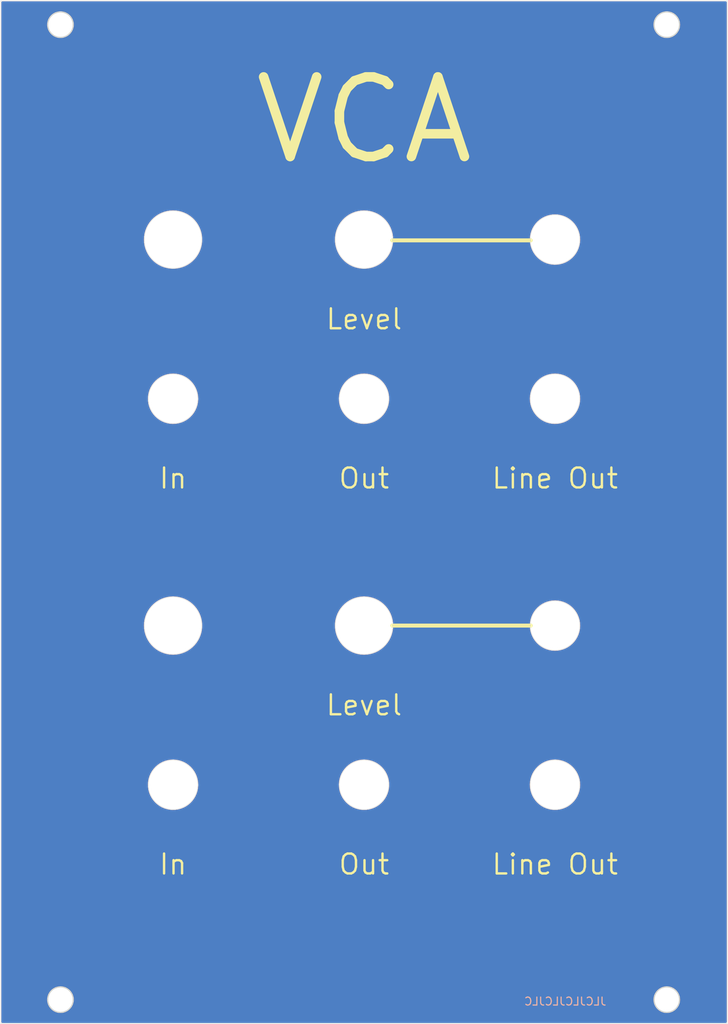
<source format=kicad_pcb>
(kicad_pcb (version 20211014) (generator pcbnew)

  (general
    (thickness 1.6)
  )

  (paper "A4")
  (title_block
    (title "VCA Panel")
    (date "2021-06-05")
    (rev "1.0")
  )

  (layers
    (0 "F.Cu" signal)
    (31 "B.Cu" signal)
    (32 "B.Adhes" user "B.Adhesive")
    (33 "F.Adhes" user "F.Adhesive")
    (34 "B.Paste" user)
    (35 "F.Paste" user)
    (36 "B.SilkS" user "B.Silkscreen")
    (37 "F.SilkS" user "F.Silkscreen")
    (38 "B.Mask" user)
    (39 "F.Mask" user)
    (40 "Dwgs.User" user "User.Drawings")
    (41 "Cmts.User" user "User.Comments")
    (42 "Eco1.User" user "User.Eco1")
    (43 "Eco2.User" user "User.Eco2")
    (44 "Edge.Cuts" user)
    (45 "Margin" user)
    (46 "B.CrtYd" user "B.Courtyard")
    (47 "F.CrtYd" user "F.Courtyard")
    (48 "B.Fab" user)
    (49 "F.Fab" user)
  )

  (setup
    (pad_to_mask_clearance 0)
    (pcbplotparams
      (layerselection 0x00010fc_ffffffff)
      (disableapertmacros false)
      (usegerberextensions true)
      (usegerberattributes false)
      (usegerberadvancedattributes false)
      (creategerberjobfile false)
      (svguseinch false)
      (svgprecision 6)
      (excludeedgelayer true)
      (plotframeref false)
      (viasonmask false)
      (mode 1)
      (useauxorigin false)
      (hpglpennumber 1)
      (hpglpenspeed 20)
      (hpglpendiameter 15.000000)
      (dxfpolygonmode true)
      (dxfimperialunits true)
      (dxfusepcbnewfont true)
      (psnegative false)
      (psa4output false)
      (plotreference true)
      (plotvalue false)
      (plotinvisibletext false)
      (sketchpadsonfab false)
      (subtractmaskfromsilk true)
      (outputformat 1)
      (mirror false)
      (drillshape 0)
      (scaleselection 1)
      (outputdirectory "gerbers/")
    )
  )

  (net 0 "")

  (gr_line (start 151.5 107.2) (end 168.9 107.2) (layer "F.SilkS") (width 0.5) (tstamp 00000000-0000-0000-0000-000060bbeabd))
  (gr_line (start 151.5 58.8) (end 168.9 58.8) (layer "F.SilkS") (width 0.5) (tstamp 825c70b0-4860-42b7-97dc-86bfa46e06fd))
  (gr_circle (center 123.95 58.7) (end 127.55 58.7) (layer "B.Mask") (width 5) (fill none) (tstamp 00a70bce-49ba-4775-bc6b-1376a1880c44))
  (gr_circle (center 109.8 31.7) (end 111.4 31.7) (layer "B.Mask") (width 2) (fill none) (tstamp 0fd76dcc-c5a8-4429-85cb-8ea80445c7a4))
  (gr_circle (center 171.95 107.2) (end 175.55 107.2) (layer "B.Mask") (width 5) (fill none) (tstamp 1016a10f-32a3-4dff-baf0-cd83aaadfd12))
  (gr_circle (center 123.95 78.7) (end 127.55 78.7) (layer "B.Mask") (width 5) (fill none) (tstamp 10b79455-8049-4c19-95ec-2da9d300de30))
  (gr_circle (center 147.95 58.7) (end 151.55 58.7) (layer "B.Mask") (width 5) (fill none) (tstamp 13f8fcfd-761e-4ffe-aadd-8b832fec24cd))
  (gr_circle (center 147.95 78.7) (end 151.55 78.7) (layer "B.Mask") (width 5) (fill none) (tstamp 250f89fa-e02c-49eb-b117-8fe09c5cbf0c))
  (gr_circle (center 186 154.2) (end 187.6 154.2) (layer "B.Mask") (width 2) (fill none) (tstamp 2e16373c-de6a-4adb-a0da-190dc37b7bc0))
  (gr_circle (center 171.95 58.7) (end 175.55 58.7) (layer "B.Mask") (width 5) (fill none) (tstamp 5260fd23-6f0b-41b9-a5c0-50fec17c75b8))
  (gr_circle (center 171.95 127.2) (end 175.55 127.2) (layer "B.Mask") (width 5) (fill none) (tstamp 602d96f3-e5a0-4717-bb9b-be8fb932a2b5))
  (gr_circle (center 147.95 107.2) (end 151.55 107.2) (layer "B.Mask") (width 5) (fill none) (tstamp 70caa78e-6ee8-4a10-acde-1e0163b0fcb1))
  (gr_circle (center 171.95 78.7) (end 175.55 78.7) (layer "B.Mask") (width 5) (fill none) (tstamp 8428662c-8d56-4382-b01d-710245b2b59a))
  (gr_circle (center 147.95 127.2) (end 151.55 127.2) (layer "B.Mask") (width 5) (fill none) (tstamp 87b4d50b-b204-47d6-9d10-910befe6d1e2))
  (gr_circle (center 123.95 107.2) (end 127.55 107.2) (layer "B.Mask") (width 5) (fill none) (tstamp 9f50239e-e5ec-4915-9526-88a9d0d9a811))
  (gr_circle (center 109.8 154.2) (end 111.4 154.2) (layer "B.Mask") (width 2) (fill none) (tstamp 9fd08ead-298d-420c-a960-4583fd05da6c))
  (gr_circle (center 186 31.7) (end 187.6 31.7) (layer "B.Mask") (width 2) (fill none) (tstamp e9bb5ea5-3f51-411b-bb24-c00d8fe7ec12))
  (gr_circle (center 123.95 127.2) (end 127.55 127.2) (layer "B.Mask") (width 5) (fill none) (tstamp fce712e4-e2ad-4a13-98a1-0133d6a79735))
  (gr_circle (center 147.95 58.7) (end 151.55 58.7) (layer "F.Mask") (width 5) (fill none) (tstamp 08466d1e-76b1-41c0-88c0-7598f0f4e9fd))
  (gr_circle (center 123.95 107.2) (end 127.55 107.2) (layer "F.Mask") (width 5) (fill none) (tstamp 0bb9347e-a081-4f48-b5a4-3ab190034823))
  (gr_circle (center 171.95 107.2) (end 175.55 107.2) (layer "F.Mask") (width 5) (fill none) (tstamp 1d3ed2ce-5cd3-4e16-994a-37997060df82))
  (gr_circle (center 123.95 127.2) (end 127.55 127.2) (layer "F.Mask") (width 5) (fill none) (tstamp 2c4f95d7-9d2d-4ebe-8b14-8f002ad88d37))
  (gr_circle (center 171.95 58.7) (end 175.55 58.7) (layer "F.Mask") (width 5) (fill none) (tstamp 2cfc654d-6052-48bb-b710-49a31f517e4d))
  (gr_circle (center 171.95 127.2) (end 175.55 127.2) (layer "F.Mask") (width 5) (fill none) (tstamp 4307b290-54d4-4b41-b64d-50ff80fe79aa))
  (gr_circle (center 147.95 78.7) (end 151.55 78.7) (layer "F.Mask") (width 5) (fill none) (tstamp 4c5083dd-21ce-4f4e-b417-abc11af93c5c))
  (gr_circle (center 109.8 31.7) (end 111.4 31.7) (layer "F.Mask") (width 2) (fill none) (tstamp 5a34dfb7-4c3c-4ef5-99cf-dfdb8e1241b6))
  (gr_circle (center 123.95 78.7) (end 127.55 78.7) (layer "F.Mask") (width 5) (fill none) (tstamp 5f6a2a57-7fe7-4671-b20c-3b30f4b7a208))
  (gr_circle (center 109.8 154.2) (end 111.4 154.2) (layer "F.Mask") (width 2) (fill none) (tstamp 7222cb48-5a48-4ab1-a39b-73f8c51ed66a))
  (gr_circle (center 147.95 107.2) (end 151.55 107.2) (layer "F.Mask") (width 5) (fill none) (tstamp 961a4e57-cfa7-4b01-8018-6decd3a0348d))
  (gr_circle (center 186 154.2) (end 187.6 154.2) (layer "F.Mask") (width 2) (fill none) (tstamp 9b832f8f-4134-46f3-a7d7-8f6a8df92d6a))
  (gr_circle (center 147.95 127.2) (end 151.55 127.2) (layer "F.Mask") (width 5) (fill none) (tstamp b50d6abc-7e81-417f-b08e-74be30f4cfd0))
  (gr_circle (center 123.95 58.7) (end 127.55 58.7) (layer "F.Mask") (width 5) (fill none) (tstamp e321d67d-0523-4629-beb3-cd80e4d384ff))
  (gr_circle (center 186 31.7) (end 187.6 31.7) (layer "F.Mask") (width 2) (fill none) (tstamp f0a09528-957b-496e-b2b2-5b2e4ef534c5))
  (gr_circle (center 171.95 78.7) (end 175.55 78.7) (layer "F.Mask") (width 5) (fill none) (tstamp f2dac143-ea12-4244-934f-de72abbe57ec))
  (gr_line (start 193.6 28.7) (end 102.3 28.7) (layer "Edge.Cuts") (width 0.05) (tstamp 00000000-0000-0000-0000-000060b5ce82))
  (gr_circle (center 147.95 58.7) (end 151.55 58.7) (layer "Edge.Cuts") (width 0.05) (fill none) (tstamp 00000000-0000-0000-0000-000060b5cfd3))
  (gr_circle (center 171.95 78.7) (end 175.05 78.7) (layer "Edge.Cuts") (width 0.05) (fill none) (tstamp 00000000-0000-0000-0000-000060b5cfe4))
  (gr_circle (center 171.95 127.2) (end 175.05 127.2) (layer "Edge.Cuts") (width 0.05) (fill none) (tstamp 00000000-0000-0000-0000-000060bbe58a))
  (gr_circle (center 123.95 127.2) (end 127.05 127.2) (layer "Edge.Cuts") (width 0.05) (fill none) (tstamp 00000000-0000-0000-0000-000060bbe58b))
  (gr_circle (center 147.95 107.2) (end 151.55 107.2) (layer "Edge.Cuts") (width 0.05) (fill none) (tstamp 00000000-0000-0000-0000-000060bbe58c))
  (gr_circle (center 123.95 107.2) (end 127.55 107.2) (layer "Edge.Cuts") (width 0.05) (fill none) (tstamp 00000000-0000-0000-0000-000060bbe58d))
  (gr_circle (center 171.95 107.2) (end 175.05 107.2) (layer "Edge.Cuts") (width 0.05) (fill none) (tstamp 00000000-0000-0000-0000-000060bbe58e))
  (gr_circle (center 147.95 127.2) (end 151.05 127.2) (layer "Edge.Cuts") (width 0.05) (fill none) (tstamp 00000000-0000-0000-0000-000060bbe58f))
  (gr_circle (center 186 31.7) (end 187.6 31.7) (layer "Edge.Cuts") (width 0.15) (fill none) (tstamp 00000000-0000-0000-0000-000060bc7194))
  (gr_circle (center 186 154.2) (end 187.6 154.2) (layer "Edge.Cuts") (width 0.15) (fill none) (tstamp 0c30a4be-5679-499f-8c5b-5f3024f9d6cf))
  (gr_circle (center 123.95 58.7) (end 127.55 58.7) (layer "Edge.Cuts") (width 0.05) (fill none) (tstamp 2d6718e7-f18d-444d-9792-ddf1a113460c))
  (gr_circle (center 147.95 78.7) (end 151.05 78.7) (layer "Edge.Cuts") (width 0.05) (fill none) (tstamp 4d609e7c-74c9-4ae9-a26d-946ff00c167d))
  (gr_line (start 193.6 157.2) (end 193.6 28.7) (layer "Edge.Cuts") (width 0.05) (tstamp 6199bec7-e7eb-4ae0-b9ec-c563e157d635))
  (gr_circle (center 109.8 154.2) (end 111.4 154.2) (layer "Edge.Cuts") (width 0.15) (fill none) (tstamp 6ff874d0-4ac5-414c-83a7-573eda4c7703))
  (gr_circle (center 123.95 78.7) (end 127.05 78.7) (layer "Edge.Cuts") (width 0.05) (fill none) (tstamp 786b6072-5772-4bc1-8eeb-6c4e19f2a91b))
  (gr_line (start 102.3 28.7) (end 102.3 157.2) (layer "Edge.Cuts") (width 0.05) (tstamp 7f3eb118-a20c-4239-b800-c9211c66847d))
  (gr_circle (center 109.8 31.7) (end 111.4 31.7) (layer "Edge.Cuts") (width 0.15) (fill none) (tstamp db83d0af-e085-4050-8496-fa2ebdecbd62))
  (gr_line (start 102.3 157.2) (end 193.6 157.2) (layer "Edge.Cuts") (width 0.05) (tstamp e47adf3d-9c24-4345-80c9-66679cad107e))
  (gr_circle (center 171.95 58.7) (end 175.05 58.7) (layer "Edge.Cuts") (width 0.05) (fill none) (tstamp f144a97d-c3f0-423f-b0a9-3f7dbc42478b))
  (gr_text "JLCJLCJLCJLC" (at 173.24 154.42) (layer "B.SilkS") (tstamp 681bd495-c396-44ce-92bd-4b397cd48c04)
    (effects (font (size 1 1) (thickness 0.15)) (justify mirror))
  )
  (gr_text "Line Out" (at 171.95 137.2) (layer "F.SilkS") (tstamp 00000000-0000-0000-0000-000060bbed13)
    (effects (font (size 2.5 2.5) (thickness 0.3)))
  )
  (gr_text "Line Out" (at 171.95 88.7) (layer "F.SilkS") (tstamp 00000000-0000-0000-0000-000060bbed85)
    (effects (font (size 2.5 2.5) (thickness 0.3)))
  )
  (gr_text "In" (at 123.95 88.7) (layer "F.SilkS") (tstamp 00000000-0000-0000-0000-000060bbed86)
    (effects (font (size 2.5 2.5) (thickness 0.3)))
  )
  (gr_text "Out" (at 147.95 88.7) (layer "F.SilkS") (tstamp 00000000-0000-0000-0000-000060bbed87)
    (effects (font (size 2.5 2.5) (thickness 0.3)))
  )
  (gr_text "Level" (at 147.95 117.2) (layer "F.SilkS") (tstamp 2f3deced-880d-4075-a81b-95c62da5b94d)
    (effects (font (size 2.5 2.5) (thickness 0.3)))
  )
  (gr_text "In" (at 123.95 137.2) (layer "F.SilkS") (tstamp 3cfcbcc7-4f45-46ab-82a8-c414c7972161)
    (effects (font (size 2.5 2.5) (thickness 0.3)))
  )
  (gr_text "Out" (at 147.95 137.2) (layer "F.SilkS") (tstamp a501555e-bbc7-4b58-ad89-28a0cd3dd6d0)
    (effects (font (size 2.5 2.5) (thickness 0.3)))
  )
  (gr_text "VCA" (at 147.95 43.7) (layer "F.SilkS") (tstamp bbb15673-6d42-42b8-9d51-7515b3ad9ee9)
    (effects (font (size 10 10) (thickness 1.2)))
  )
  (gr_text "Level" (at 147.95 68.7) (layer "F.SilkS") (tstamp edc9ab4f-487a-48dc-95f2-4d87f0e9cf9e)
    (effects (font (size 2.5 2.5) (thickness 0.3)))
  )

  (zone (net 0) (net_name "") (layer "F.Cu") (tstamp 43891a3c-749f-498d-ba99-685a27689b0d) (hatch edge 0.508)
    (connect_pads (clearance 0))
    (min_thickness 0.254) (filled_areas_thickness no)
    (fill yes (thermal_gap 0.508) (thermal_bridge_width 0.508))
    (polygon
      (pts
        (xy 193.7 157.3)
        (xy 102.2 157.3)
        (xy 102.2 28.6)
        (xy 193.7 28.6)
      )
    )
    (filled_polygon
      (layer "F.Cu")
      (island)
      (pts
        (xy 193.467121 28.795002)
        (xy 193.513614 28.848658)
        (xy 193.525 28.901)
        (xy 193.525 156.999)
        (xy 193.504998 157.067121)
        (xy 193.451342 157.113614)
        (xy 193.399 157.125)
        (xy 102.501 157.125)
        (xy 102.432879 157.104998)
        (xy 102.386386 157.051342)
        (xy 102.375 156.999)
        (xy 102.375 154.156031)
        (xy 108.120879 154.156031)
        (xy 108.122991 154.2)
        (xy 108.132823 154.404704)
        (xy 108.181393 154.648879)
        (xy 108.26552 154.883194)
        (xy 108.383358 155.102501)
        (xy 108.386153 155.106244)
        (xy 108.386155 155.106247)
        (xy 108.529525 155.298242)
        (xy 108.52953 155.298248)
        (xy 108.532317 155.30198)
        (xy 108.709124 155.477252)
        (xy 108.712886 155.48001)
        (xy 108.712889 155.480013)
        (xy 108.906122 155.621697)
        (xy 108.909896 155.624464)
        (xy 108.914039 155.626644)
        (xy 108.914041 155.626645)
        (xy 109.126072 155.7382)
        (xy 109.126077 155.738202)
        (xy 109.130222 155.740383)
        (xy 109.134645 155.741928)
        (xy 109.134646 155.741928)
        (xy 109.261828 155.786342)
        (xy 109.365262 155.822463)
        (xy 109.369855 155.823335)
        (xy 109.605264 155.868029)
        (xy 109.605267 155.868029)
        (xy 109.609853 155.8689)
        (xy 109.728117 155.873547)
        (xy 109.853953 155.878491)
        (xy 109.853958 155.878491)
        (xy 109.858621 155.878674)
        (xy 110.01161 155.861919)
        (xy 110.101454 155.852079)
        (xy 110.101456 155.852079)
        (xy 110.1061 155.85157)
        (xy 110.346856 155.788185)
        (xy 110.575598 155.689909)
        (xy 110.787301 155.558903)
        (xy 110.883752 155.477252)
        (xy 110.973743 155.401069)
        (xy 110.973744 155.401068)
        (xy 110.977315 155.398045)
        (xy 111.06484 155.298242)
        (xy 111.13839 155.214375)
        (xy 111.138393 155.214371)
        (xy 111.141466 155.210867)
        (xy 111.181741 155.148252)
        (xy 111.273618 155.005413)
        (xy 111.273621 155.005408)
        (xy 111.276146 155.001482)
        (xy 111.378399 154.77449)
        (xy 111.445977 154.534878)
        (xy 111.477395 154.287909)
        (xy 111.479697 154.2)
        (xy 111.47643 154.156031)
        (xy 184.320879 154.156031)
        (xy 184.322991 154.2)
        (xy 184.332823 154.404704)
        (xy 184.381393 154.648879)
        (xy 184.46552 154.883194)
        (xy 184.583358 155.102501)
        (xy 184.586153 155.106244)
        (xy 184.586155 155.106247)
        (xy 184.729525 155.298242)
        (xy 184.72953 155.298248)
        (xy 184.732317 155.30198)
        (xy 184.909124 155.477252)
        (xy 184.912886 155.48001)
        (xy 184.912889 155.480013)
        (xy 185.106122 155.621697)
        (xy 185.109896 155.624464)
        (xy 185.114039 155.626644)
        (xy 185.114041 155.626645)
        (xy 185.326072 155.7382)
        (xy 185.326077 155.738202)
        (xy 185.330222 155.740383)
        (xy 185.334645 155.741928)
        (xy 185.334646 155.741928)
        (xy 185.461828 155.786342)
        (xy 185.565262 155.822463)
        (xy 185.569855 155.823335)
        (xy 185.805264 155.868029)
        (xy 185.805267 155.868029)
        (xy 185.809853 155.8689)
        (xy 185.928117 155.873547)
        (xy 186.053953 155.878491)
        (xy 186.053958 155.878491)
        (xy 186.058621 155.878674)
        (xy 186.21161 155.861919)
        (xy 186.301454 155.852079)
        (xy 186.301456 155.852079)
        (xy 186.3061 155.85157)
        (xy 186.546856 155.788185)
        (xy 186.775598 155.689909)
        (xy 186.987301 155.558903)
        (xy 187.083752 155.477252)
        (xy 187.173743 155.401069)
        (xy 187.173744 155.401068)
        (xy 187.177315 155.398045)
        (xy 187.26484 155.298242)
        (xy 187.33839 155.214375)
        (xy 187.338393 155.214371)
        (xy 187.341466 155.210867)
        (xy 187.381741 155.148252)
        (xy 187.473618 155.005413)
        (xy 187.473621 155.005408)
        (xy 187.476146 155.001482)
        (xy 187.578399 154.77449)
        (xy 187.645977 154.534878)
        (xy 187.677395 154.287909)
        (xy 187.679697 154.2)
        (xy 187.661247 153.951725)
        (xy 187.651427 153.908324)
        (xy 187.607333 153.713461)
        (xy 187.606302 153.708904)
        (xy 187.58834 153.662714)
        (xy 187.517763 153.481225)
        (xy 187.517762 153.481223)
        (xy 187.51607 153.476872)
        (xy 187.392532 153.260725)
        (xy 187.238403 153.065213)
        (xy 187.057068 152.89463)
        (xy 186.852511 152.752724)
        (xy 186.84832 152.750657)
        (xy 186.633414 152.644677)
        (xy 186.633411 152.644676)
        (xy 186.629226 152.642612)
        (xy 186.575347 152.625365)
        (xy 186.396562 152.568136)
        (xy 186.396564 152.568136)
        (xy 186.392117 152.566713)
        (xy 186.257653 152.544814)
        (xy 186.151007 152.527446)
        (xy 186.151006 152.527446)
        (xy 186.146395 152.526695)
        (xy 186.021926 152.525065)
        (xy 185.902134 152.523497)
        (xy 185.902131 152.523497)
        (xy 185.897457 152.523436)
        (xy 185.650771 152.557008)
        (xy 185.646281 152.558317)
        (xy 185.646275 152.558318)
        (xy 185.416251 152.625365)
        (xy 185.416246 152.625367)
        (xy 185.411758 152.626675)
        (xy 185.407511 152.628633)
        (xy 185.407508 152.628634)
        (xy 185.323114 152.66754)
        (xy 185.185667 152.730904)
        (xy 185.181758 152.733467)
        (xy 184.981378 152.864841)
        (xy 184.981373 152.864845)
        (xy 184.977465 152.867407)
        (xy 184.946964 152.89463)
        (xy 184.866722 152.966249)
        (xy 184.791727 153.033184)
        (xy 184.632533 153.224595)
        (xy 184.503379 153.437434)
        (xy 184.407104 153.667024)
        (xy 184.345821 153.908324)
        (xy 184.320879 154.156031)
        (xy 111.47643 154.156031)
        (xy 111.461247 153.951725)
        (xy 111.451427 153.908324)
        (xy 111.407333 153.713461)
        (xy 111.406302 153.708904)
        (xy 111.38834 153.662714)
        (xy 111.317763 153.481225)
        (xy 111.317762 153.481223)
        (xy 111.31607 153.476872)
        (xy 111.192532 153.260725)
        (xy 111.038403 153.065213)
        (xy 110.857068 152.89463)
        (xy 110.652511 152.752724)
        (xy 110.64832 152.750657)
        (xy 110.433414 152.644677)
        (xy 110.433411 152.644676)
        (xy 110.429226 152.642612)
        (xy 110.375347 152.625365)
        (xy 110.196562 152.568136)
        (xy 110.196564 152.568136)
        (xy 110.192117 152.566713)
        (xy 110.057653 152.544814)
        (xy 109.951007 152.527446)
        (xy 109.951006 152.527446)
        (xy 109.946395 152.526695)
        (xy 109.821926 152.525065)
        (xy 109.702134 152.523497)
        (xy 109.702131 152.523497)
        (xy 109.697457 152.523436)
        (xy 109.450771 152.557008)
        (xy 109.446281 152.558317)
        (xy 109.446275 152.558318)
        (xy 109.216251 152.625365)
        (xy 109.216246 152.625367)
        (xy 109.211758 152.626675)
        (xy 109.207511 152.628633)
        (xy 109.207508 152.628634)
        (xy 109.123114 152.66754)
        (xy 108.985667 152.730904)
        (xy 108.981758 152.733467)
        (xy 108.781378 152.864841)
        (xy 108.781373 152.864845)
        (xy 108.777465 152.867407)
        (xy 108.746964 152.89463)
        (xy 108.666722 152.966249)
        (xy 108.591727 153.033184)
        (xy 108.432533 153.224595)
        (xy 108.303379 153.437434)
        (xy 108.207104 153.667024)
        (xy 108.145821 153.908324)
        (xy 108.120879 154.156031)
        (xy 102.375 154.156031)
        (xy 102.375 127.1556)
        (xy 120.770307 127.1556)
        (xy 120.770398 127.157764)
        (xy 120.785174 127.510314)
        (xy 120.839488 127.86116)
        (xy 120.932571 128.203765)
        (xy 120.933861 128.207024)
        (xy 120.933863 128.207029)
        (xy 120.983524 128.332458)
        (xy 121.063265 128.533859)
        (xy 121.229939 128.847327)
        (xy 121.231929 128.850233)
        (xy 121.23193 128.850235)
        (xy 121.365761 129.045689)
        (xy 121.430517 129.140263)
        (xy 121.662497 129.409016)
        (xy 121.92299 129.650234)
        (xy 122.208747 129.860913)
        (xy 122.516208 130.038426)
        (xy 122.599388 130.074766)
        (xy 122.838318 130.179153)
        (xy 122.838328 130.179157)
        (xy 122.84154 130.18056)
        (xy 122.844897 130.181599)
        (xy 122.844902 130.181601)
        (xy 122.98594 130.225259)
        (xy 123.180688 130.285543)
        (xy 123.184144 130.286202)
        (xy 123.184143 130.286202)
        (xy 123.525973 130.35141)
        (xy 123.525978 130.351411)
        (xy 123.529424 130.352068)
        (xy 123.723971 130.367038)
        (xy 123.879906 130.379037)
        (xy 123.879908 130.379037)
        (xy 123.883403 130.379306)
        (xy 124.118559 130.371094)
        (xy 124.234696 130.367038)
        (xy 124.2347 130.367038)
        (xy 124.238212 130.366915)
        (xy 124.241691 130.366401)
        (xy 124.241694 130.366401)
        (xy 124.585936 130.315568)
        (xy 124.585942 130.315567)
        (xy 124.589428 130.315052)
        (xy 124.592832 130.314153)
        (xy 124.592835 130.314152)
        (xy 124.929284 130.225259)
        (xy 124.929285 130.225259)
        (xy 124.932675 130.224363)
        (xy 125.263673 130.095977)
        (xy 125.578298 129.931495)
        (xy 125.872627 129.732968)
        (xy 125.972663 129.647831)
        (xy 126.140319 129.505144)
        (xy 126.14032 129.505143)
        (xy 126.142992 129.502869)
        (xy 126.173064 129.470846)
        (xy 126.383613 129.246635)
        (xy 126.383617 129.24663)
        (xy 126.386024 129.244067)
        (xy 126.388129 129.241253)
        (xy 126.388135 129.241246)
        (xy 126.596583 128.962606)
        (xy 126.598692 128.959787)
        (xy 126.778347 128.653573)
        (xy 126.831647 128.533859)
        (xy 126.921316 128.332458)
        (xy 126.921318 128.332454)
        (xy 126.922748 128.329241)
        (xy 127.030097 127.990835)
        (xy 127.099055 127.642571)
        (xy 127.128763 127.288791)
        (xy 127.128824 127.284463)
        (xy 127.129973 127.202177)
        (xy 127.129973 127.202165)
        (xy 127.130003 127.2)
        (xy 127.127718 127.15912)
        (xy 127.127521 127.1556)
        (xy 144.770307 127.1556)
        (xy 144.770398 127.157764)
        (xy 144.785174 127.510314)
        (xy 144.839488 127.86116)
        (xy 144.932571 128.203765)
        (xy 144.933861 128.207024)
        (xy 144.933863 128.207029)
        (xy 144.983524 128.332458)
        (xy 145.063265 128.533859)
        (xy 145.229939 128.847327)
        (xy 145.231929 128.850233)
        (xy 145.23193 128.850235)
        (xy 145.365761 129.045689)
        (xy 145.430517 129.140263)
        (xy 145.662497 129.409016)
        (xy 145.92299 129.650234)
        (xy 146.208747 129.860913)
        (xy 146.516208 130.038426)
        (xy 146.599388 130.074766)
        (xy 146.838318 130.179153)
        (xy 146.838328 130.179157)
        (xy 146.84154 130.18056)
        (xy 146.844897 130.181599)
        (xy 146.844902 130.181601)
        (xy 146.98594 130.225259)
        (xy 147.180688 130.285543)
        (xy 147.184144 130.286202)
        (xy 147.184143 130.286202)
        (xy 147.525973 130.35141)
        (xy 147.525978 130.351411)
        (xy 147.529424 130.352068)
        (xy 147.723971 130.367038)
        (xy 147.879906 130.379037)
        (xy 147.879908 130.379037)
        (xy 147.883403 130.379306)
        (xy 148.118559 130.371094)
        (xy 148.234696 130.367038)
        (xy 148.2347 130.367038)
        (xy 148.238212 130.366915)
        (xy 148.241691 130.366401)
        (xy 148.241694 130.366401)
        (xy 148.585936 130.315568)
        (xy 148.585942 130.315567)
        (xy 148.589428 130.315052)
        (xy 148.592832 130.314153)
        (xy 148.592835 130.314152)
        (xy 148.929284 130.225259)
        (xy 148.929285 130.225259)
        (xy 148.932675 130.224363)
        (xy 149.263673 130.095977)
        (xy 149.578298 129.931495)
        (xy 149.872627 129.732968)
        (xy 149.972663 129.647831)
        (xy 150.140319 129.505144)
        (xy 150.14032 129.505143)
        (xy 150.142992 129.502869)
        (xy 150.173064 129.470846)
        (xy 150.383613 129.246635)
        (xy 150.383617 129.24663)
        (xy 150.386024 129.244067)
        (xy 150.388129 129.241253)
        (xy 150.388135 129.241246)
        (xy 150.596583 128.962606)
        (xy 150.598692 128.959787)
        (xy 150.778347 128.653573)
        (xy 150.831647 128.533859)
        (xy 150.921316 128.332458)
        (xy 150.921318 128.332454)
        (xy 150.922748 128.329241)
        (xy 151.030097 127.990835)
        (xy 151.099055 127.642571)
        (xy 151.128763 127.288791)
        (xy 151.128824 127.284463)
        (xy 151.129973 127.202177)
        (xy 151.129973 127.202165)
        (xy 151.130003 127.2)
        (xy 151.127718 127.15912)
        (xy 151.127521 127.1556)
        (xy 168.770307 127.1556)
        (xy 168.770398 127.157764)
        (xy 168.785174 127.510314)
        (xy 168.839488 127.86116)
        (xy 168.932571 128.203765)
        (xy 168.933861 128.207024)
        (xy 168.933863 128.207029)
        (xy 168.983524 128.332458)
        (xy 169.063265 128.533859)
        (xy 169.229939 128.847327)
        (xy 169.231929 128.850233)
        (xy 169.23193 128.850235)
        (xy 169.365761 129.045689)
        (xy 169.430517 129.140263)
        (xy 169.662497 129.409016)
        (xy 169.92299 129.650234)
        (xy 170.208747 129.860913)
        (xy 170.516208 130.038426)
        (xy 170.599388 130.074766)
        (xy 170.838318 130.179153)
        (xy 170.838328 130.179157)
        (xy 170.84154 130.18056)
        (xy 170.844897 130.181599)
        (xy 170.844902 130.181601)
        (xy 170.98594 130.225259)
        (xy 171.180688 130.285543)
        (xy 171.184144 130.286202)
        (xy 171.184143 130.286202)
        (xy 171.525973 130.35141)
        (xy 171.525978 130.351411)
        (xy 171.529424 130.352068)
        (xy 171.723971 130.367038)
        (xy 171.879906 130.379037)
        (xy 171.879908 130.379037)
        (xy 171.883403 130.379306)
        (xy 172.118559 130.371094)
        (xy 172.234696 130.367038)
        (xy 172.2347 130.367038)
        (xy 172.238212 130.366915)
        (xy 172.241691 130.366401)
        (xy 172.241694 130.366401)
        (xy 172.585936 130.315568)
        (xy 172.585942 130.315567)
        (xy 172.589428 130.315052)
        (xy 172.592832 130.314153)
        (xy 172.592835 130.314152)
        (xy 172.929284 130.225259)
        (xy 172.929285 130.225259)
        (xy 172.932675 130.224363)
        (xy 173.263673 130.095977)
        (xy 173.578298 129.931495)
        (xy 173.872627 129.732968)
        (xy 173.972663 129.647831)
        (xy 174.140319 129.505144)
        (xy 174.14032 129.505143)
        (xy 174.142992 129.502869)
        (xy 174.173064 129.470846)
        (xy 174.383613 129.246635)
        (xy 174.383617 129.24663)
        (xy 174.386024 129.244067)
        (xy 174.388129 129.241253)
        (xy 174.388135 129.241246)
        (xy 174.596583 128.962606)
        (xy 174.598692 128.959787)
        (xy 174.778347 128.653573)
        (xy 174.831647 128.533859)
        (xy 174.921316 128.332458)
        (xy 174.921318 128.332454)
        (xy 174.922748 128.329241)
        (xy 175.030097 127.990835)
        (xy 175.099055 127.642571)
        (xy 175.128763 127.288791)
        (xy 175.128824 127.284463)
        (xy 175.129973 127.202177)
        (xy 175.129973 127.202165)
        (xy 175.130003 127.2)
        (xy 175.127718 127.15912)
        (xy 175.110381 126.849036)
        (xy 175.110185 126.845528)
        (xy 175.092636 126.74177)
        (xy 175.051565 126.498944)
        (xy 175.051564 126.498939)
        (xy 175.050978 126.495475)
        (xy 174.95312 126.154203)
        (xy 174.905863 126.039548)
        (xy 174.819168 125.829211)
        (xy 174.819164 125.829204)
        (xy 174.81783 125.825966)
        (xy 174.646795 125.514855)
        (xy 174.486846 125.288111)
        (xy 174.444184 125.227634)
        (xy 174.444183 125.227632)
        (xy 174.442148 125.224748)
        (xy 174.206437 124.959261)
        (xy 173.942602 124.721703)
        (xy 173.653931 124.515035)
        (xy 173.650868 124.513323)
        (xy 173.650863 124.51332)
        (xy 173.492103 124.424592)
        (xy 173.344022 124.341832)
        (xy 173.340777 124.340468)
        (xy 173.340773 124.340466)
        (xy 173.019979 124.205617)
        (xy 173.016737 124.204254)
        (xy 173.013374 124.203264)
        (xy 173.013365 124.203261)
        (xy 172.80338 124.14146)
        (xy 172.676156 124.104016)
        (xy 172.326525 124.042367)
        (xy 172.323014 124.042146)
        (xy 172.323013 124.042146)
        (xy 171.975718 124.020295)
        (xy 171.975712 124.020295)
        (xy 171.9722 124.020074)
        (xy 171.871889 124.02498)
        (xy 171.621106 124.037245)
        (xy 171.621098 124.037246)
        (xy 171.617599 124.037417)
        (xy 171.614131 124.037979)
        (xy 171.614128 124.037979)
        (xy 171.270616 124.093616)
        (xy 171.270613 124.093617)
        (xy 171.267141 124.094179)
        (xy 171.263754 124.095125)
        (xy 171.263748 124.095126)
        (xy 170.98465 124.173053)
        (xy 170.925194 124.189653)
        (xy 170.885682 124.205617)
        (xy 170.599285 124.321328)
        (xy 170.599281 124.32133)
        (xy 170.596021 124.322647)
        (xy 170.592934 124.324316)
        (xy 170.59293 124.324318)
        (xy 170.570611 124.336386)
        (xy 170.283723 124.491506)
        (xy 169.992195 124.694123)
        (xy 169.989553 124.696436)
        (xy 169.989549 124.696439)
        (xy 169.957998 124.72406)
        (xy 169.725068 124.927975)
        (xy 169.485674 125.190145)
        (xy 169.276996 125.477366)
        (xy 169.101634 125.786059)
        (xy 168.961775 126.112375)
        (xy 168.859161 126.452247)
        (xy 168.795072 126.80144)
        (xy 168.770307 127.1556)
        (xy 151.127521 127.1556)
        (xy 151.110381 126.849036)
        (xy 151.110185 126.845528)
        (xy 151.092636 126.74177)
        (xy 151.051565 126.498944)
        (xy 151.051564 126.498939)
        (xy 151.050978 126.495475)
        (xy 150.95312 126.154203)
        (xy 150.905863 126.039548)
        (xy 150.819168 125.829211)
        (xy 150.819164 125.829204)
        (xy 150.81783 125.825966)
        (xy 150.646795 125.514855)
        (xy 150.486846 125.288111)
        (xy 150.444184 125.227634)
        (xy 150.444183 125.227632)
        (xy 150.442148 125.224748)
        (xy 150.206437 124.959261)
        (xy 149.942602 124.721703)
        (xy 149.653931 124.515035)
        (xy 149.650868 124.513323)
        (xy 149.650863 124.51332)
        (xy 149.492103 124.424592)
        (xy 149.344022 124.341832)
        (xy 149.340777 124.340468)
        (xy 149.340773 124.340466)
        (xy 149.019979 124.205617)
        (xy 149.016737 124.204254)
        (xy 149.013374 124.203264)
        (xy 149.013365 124.203261)
        (xy 148.80338 124.14146)
        (xy 148.676156 124.104016)
        (xy 148.326525 124.042367)
        (xy 148.323014 124.042146)
        (xy 148.323013 124.042146)
        (xy 147.975718 124.020295)
        (xy 147.975712 124.020295)
        (xy 147.9722 124.020074)
        (xy 147.871889 124.02498)
        (xy 147.621106 124.037245)
        (xy 147.621098 124.037246)
        (xy 147.617599 124.037417)
        (xy 147.614131 124.037979)
        (xy 147.614128 124.037979)
        (xy 147.270616 124.093616)
        (xy 147.270613 124.093617)
        (xy 147.267141 124.094179)
        (xy 147.263754 124.095125)
        (xy 147.263748 124.095126)
        (xy 146.98465 124.173053)
        (xy 146.925194 124.189653)
        (xy 146.885682 124.205617)
        (xy 146.599285 124.321328)
        (xy 146.599281 124.32133)
        (xy 146.596021 124.322647)
        (xy 146.592934 124.324316)
        (xy 146.59293 124.324318)
        (xy 146.570611 124.336386)
        (xy 146.283723 124.491506)
        (xy 145.992195 124.694123)
        (xy 145.989553 124.696436)
        (xy 145.989549 124.696439)
        (xy 145.957998 124.72406)
        (xy 145.725068 124.927975)
        (xy 145.485674 125.190145)
        (xy 145.276996 125.477366)
        (xy 145.101634 125.786059)
        (xy 144.961775 126.112375)
        (xy 144.859161 126.452247)
        (xy 144.795072 126.80144)
        (xy 144.770307 127.1556)
        (xy 127.127521 127.1556)
        (xy 127.110381 126.849036)
        (xy 127.110185 126.845528)
        (xy 127.092636 126.74177)
        (xy 127.051565 126.498944)
        (xy 127.051564 126.498939)
        (xy 127.050978 126.495475)
        (xy 126.95312 126.154203)
        (xy 126.905863 126.039548)
        (xy 126.819168 125.829211)
        (xy 126.819164 125.829204)
        (xy 126.81783 125.825966)
        (xy 126.646795 125.514855)
        (xy 126.486846 125.288111)
        (xy 126.444184 125.227634)
        (xy 126.444183 125.227632)
        (xy 126.442148 125.224748)
        (xy 126.206437 124.959261)
        (xy 125.942602 124.721703)
        (xy 125.653931 124.515035)
        (xy 125.650868 124.513323)
        (xy 125.650863 124.51332)
        (xy 125.492103 124.424592)
        (xy 125.344022 124.341832)
        (xy 125.340777 124.340468)
        (xy 125.340773 124.340466)
        (xy 125.019979 124.205617)
        (xy 125.016737 124.204254)
        (xy 125.013374 124.203264)
        (xy 125.013365 124.203261)
        (xy 124.80338 124.14146)
        (xy 124.676156 124.104016)
        (xy 124.326525 124.042367)
        (xy 124.323014 124.042146)
        (xy 124.323013 124.042146)
        (xy 123.975718 124.020295)
        (xy 123.975712 124.020295)
        (xy 123.9722 124.020074)
        (xy 123.871889 124.02498)
        (xy 123.621106 124.037245)
        (xy 123.621098 124.037246)
        (xy 123.617599 124.037417)
        (xy 123.614131 124.037979)
        (xy 123.614128 124.037979)
        (xy 123.270616 124.093616)
        (xy 123.270613 124.093617)
        (xy 123.267141 124.094179)
        (xy 123.263754 124.095125)
        (xy 123.263748 124.095126)
        (xy 122.98465 124.173053)
        (xy 122.925194 124.189653)
        (xy 122.885682 124.205617)
        (xy 122.599285 124.321328)
        (xy 122.599281 124.32133)
        (xy 122.596021 124.322647)
        (xy 122.592934 124.324316)
        (xy 122.59293 124.324318)
        (xy 122.570611 124.336386)
        (xy 122.283723 124.491506)
        (xy 121.992195 124.694123)
        (xy 121.989553 124.696436)
        (xy 121.989549 124.696439)
        (xy 121.957998 124.72406)
        (xy 121.725068 124.927975)
        (xy 121.485674 125.190145)
        (xy 121.276996 125.477366)
        (xy 121.101634 125.786059)
        (xy 120.961775 126.112375)
        (xy 120.859161 126.452247)
        (xy 120.795072 126.80144)
        (xy 120.770307 127.1556)
        (xy 102.375 127.1556)
        (xy 102.375 107.2)
        (xy 120.269957 107.2)
        (xy 120.290117 107.584669)
        (xy 120.29063 107.587909)
        (xy 120.290631 107.587917)
        (xy 120.299834 107.646023)
        (xy 120.350375 107.965124)
        (xy 120.450071 108.337196)
        (xy 120.451256 108.340284)
        (xy 120.451257 108.340286)
        (xy 120.503825 108.47723)
        (xy 120.588113 108.696808)
        (xy 120.589611 108.699748)
        (xy 120.761491 109.037082)
        (xy 120.761495 109.037089)
        (xy 120.762989 109.040021)
        (xy 120.972783 109.363075)
        (xy 121.215195 109.662429)
        (xy 121.487571 109.934805)
        (xy 121.786925 110.177217)
        (xy 122.109978 110.387011)
        (xy 122.453192 110.561887)
        (xy 122.812804 110.699929)
        (xy 123.184876 110.799625)
        (xy 123.387077 110.83165)
        (xy 123.562083 110.859369)
        (xy 123.562091 110.85937)
        (xy 123.565331 110.859883)
        (xy 123.95 110.880043)
        (xy 124.334669 110.859883)
        (xy 124.337909 110.85937)
        (xy 124.337917 110.859369)
        (xy 124.512923 110.83165)
        (xy 124.715124 110.799625)
        (xy 125.087196 110.699929)
        (xy 125.446808 110.561887)
        (xy 125.790022 110.387011)
        (xy 126.113075 110.177217)
        (xy 126.412429 109.934805)
        (xy 126.684805 109.662429)
        (xy 126.927217 109.363075)
        (xy 127.137011 109.040021)
        (xy 127.138505 109.037089)
        (xy 127.138509 109.037082)
        (xy 127.310389 108.699748)
        (xy 127.311887 108.696808)
        (xy 127.396175 108.47723)
        (xy 127.448743 108.340286)
        (xy 127.448744 108.340284)
        (xy 127.449929 108.337196)
        (xy 127.549625 107.965124)
        (xy 127.600166 107.646023)
        (xy 127.609369 107.587917)
        (xy 127.60937 107.587909)
        (xy 127.609883 107.584669)
        (xy 127.630043 107.2)
        (xy 144.269957 107.2)
        (xy 144.290117 107.584669)
        (xy 144.29063 107.587909)
        (xy 144.290631 107.587917)
        (xy 144.299834 107.646023)
        (xy 144.350375 107.965124)
        (xy 144.450071 108.337196)
        (xy 144.451256 108.340284)
        (xy 144.451257 108.340286)
        (xy 144.503825 108.47723)
        (xy 144.588113 108.696808)
        (xy 144.589611 108.699748)
        (xy 144.761491 109.037082)
        (xy 144.761495 109.037089)
        (xy 144.762989 109.040021)
        (xy 144.972783 109.363075)
        (xy 145.215195 109.662429)
        (xy 145.487571 109.934805)
        (xy 145.786925 110.177217)
        (xy 146.109978 110.387011)
        (xy 146.453192 110.561887)
        (xy 146.812804 110.699929)
        (xy 147.184876 110.799625)
        (xy 147.387077 110.83165)
        (xy 147.562083 110.859369)
        (xy 147.562091 110.85937)
        (xy 147.565331 110.859883)
        (xy 147.95 110.880043)
        (xy 148.334669 110.859883)
        (xy 148.337909 110.85937)
        (xy 148.337917 110.859369)
        (xy 148.512923 110.83165)
        (xy 148.715124 110.799625)
        (xy 149.087196 110.699929)
        (xy 149.446808 110.561887)
        (xy 149.790022 110.387011)
        (xy 150.113075 110.177217)
        (xy 150.412429 109.934805)
        (xy 150.684805 109.662429)
        (xy 150.927217 109.363075)
        (xy 151.137011 109.040021)
        (xy 151.138505 109.037089)
        (xy 151.138509 109.037082)
        (xy 151.310389 108.699748)
        (xy 151.311887 108.696808)
        (xy 151.396175 108.47723)
        (xy 151.448743 108.340286)
        (xy 151.448744 108.340284)
        (xy 151.449929 108.337196)
        (xy 151.549625 107.965124)
        (xy 151.600166 107.646023)
        (xy 151.609369 107.587917)
        (xy 151.60937 107.587909)
        (xy 151.609883 107.584669)
        (xy 151.630043 107.2)
        (xy 151.627716 107.1556)
        (xy 168.770307 107.1556)
        (xy 168.770398 107.157764)
        (xy 168.785174 107.510314)
        (xy 168.839488 107.86116)
        (xy 168.932571 108.203765)
        (xy 168.933861 108.207024)
        (xy 168.933863 108.207029)
        (xy 168.983524 108.332458)
        (xy 169.063265 108.533859)
        (xy 169.229939 108.847327)
        (xy 169.231929 108.850233)
        (xy 169.23193 108.850235)
        (xy 169.365761 109.045689)
        (xy 169.430517 109.140263)
        (xy 169.662497 109.409016)
        (xy 169.92299 109.650234)
        (xy 169.925837 109.652333)
        (xy 170.152693 109.819586)
        (xy 170.208747 109.860913)
        (xy 170.516208 110.038426)
        (xy 170.546786 110.051785)
        (xy 170.838318 110.179153)
        (xy 170.838328 110.179157)
        (xy 170.84154 110.18056)
        (xy 170.844897 110.181599)
        (xy 170.844902 110.181601)
        (xy 171.177328 110.284503)
        (xy 171.180688 110.285543)
        (xy 171.184144 110.286202)
        (xy 171.184143 110.286202)
        (xy 171.525973 110.35141)
        (xy 171.525978 110.351411)
        (xy 171.529424 110.352068)
        (xy 171.723971 110.367038)
        (xy 171.879906 110.379037)
        (xy 171.879908 110.379037)
        (xy 171.883403 110.379306)
        (xy 172.118559 110.371094)
        (xy 172.234696 110.367038)
        (xy 172.2347 110.367038)
        (xy 172.238212 110.366915)
        (xy 172.241691 110.366401)
        (xy 172.241694 110.366401)
        (xy 172.585936 110.315568)
        (xy 172.585942 110.315567)
        (xy 172.589428 110.315052)
        (xy 172.592832 110.314153)
        (xy 172.592835 110.314152)
        (xy 172.929284 110.225259)
        (xy 172.929285 110.225259)
        (xy 172.932675 110.224363)
        (xy 173.263673 110.095977)
        (xy 173.578298 109.931495)
        (xy 173.872627 109.732968)
        (xy 173.972663 109.647831)
        (xy 174.140319 109.505144)
        (xy 174.14032 109.505143)
        (xy 174.142992 109.502869)
        (xy 174.173064 109.470846)
        (xy 174.383613 109.246635)
        (xy 174.383617 109.24663)
        (xy 174.386024 109.244067)
        (xy 174.388129 109.241253)
        (xy 174.388135 109.241246)
        (xy 174.596583 108.962606)
        (xy 174.598692 108.959787)
        (xy 174.711781 108.767032)
        (xy 174.776565 108.656611)
        (xy 174.776568 108.656606)
        (xy 174.778347 108.653573)
        (xy 174.831647 108.533859)
        (xy 174.921316 108.332458)
        (xy 174.921318 108.332454)
        (xy 174.922748 108.329241)
        (xy 175.030097 107.990835)
        (xy 175.034557 107.968313)
        (xy 175.098371 107.646023)
        (xy 175.099055 107.642571)
        (xy 175.128763 107.288791)
        (xy 175.128824 107.284463)
        (xy 175.129973 107.202177)
        (xy 175.129973 107.202165)
        (xy 175.130003 107.2)
        (xy 175.129819 107.196699)
        (xy 175.110381 106.849036)
        (xy 175.110185 106.845528)
        (xy 175.092636 106.74177)
        (xy 175.051565 106.498944)
        (xy 175.051564 106.498939)
        (xy 175.050978 106.495475)
        (xy 174.95312 106.154203)
        (xy 174.905863 106.039548)
        (xy 174.819168 105.829211)
        (xy 174.819164 105.829204)
        (xy 174.81783 105.825966)
        (xy 174.646795 105.514855)
        (xy 174.486846 105.288111)
        (xy 174.444184 105.227634)
        (xy 174.444183 105.227632)
        (xy 174.442148 105.224748)
        (xy 174.206437 104.959261)
        (xy 173.942602 104.721703)
        (xy 173.653931 104.515035)
        (xy 173.650868 104.513323)
        (xy 173.650863 104.51332)
        (xy 173.492103 104.424592)
        (xy 173.344022 104.341832)
        (xy 173.340777 104.340468)
        (xy 173.340773 104.340466)
        (xy 173.115014 104.245566)
        (xy 173.016737 104.204254)
        (xy 173.013374 104.203264)
        (xy 173.013365 104.203261)
        (xy 172.80338 104.14146)
        (xy 172.676156 104.104016)
        (xy 172.326525 104.042367)
        (xy 172.323014 104.042146)
        (xy 172.323013 104.042146)
        (xy 171.975718 104.020295)
        (xy 171.975712 104.020295)
        (xy 171.9722 104.020074)
        (xy 171.871889 104.02498)
        (xy 171.621106 104.037245)
        (xy 171.621098 104.037246)
        (xy 171.617599 104.037417)
        (xy 171.614131 104.037979)
        (xy 171.614128 104.037979)
        (xy 171.270616 104.093616)
        (xy 171.270613 104.093617)
        (xy 171.267141 104.094179)
        (xy 171.263754 104.095125)
        (xy 171.263748 104.095126)
        (xy 170.98465 104.173053)
        (xy 170.925194 104.189653)
        (xy 170.843194 104.222783)
        (xy 170.599285 104.321328)
        (xy 170.599281 104.32133)
        (xy 170.596021 104.322647)
        (xy 170.592934 104.324316)
        (xy 170.59293 104.324318)
        (xy 170.570611 104.336386)
        (xy 170.283723 104.491506)
        (xy 169.992195 104.694123)
        (xy 169.989553 104.696436)
        (xy 169.989549 104.696439)
        (xy 169.939623 104.740146)
        (xy 169.725068 104.927975)
        (xy 169.485674 105.190145)
        (xy 169.276996 105.477366)
        (xy 169.101634 105.786059)
        (xy 168.961775 106.112375)
        (xy 168.960758 106.115744)
        (xy 168.864406 106.434876)
        (xy 168.859161 106.452247)
        (xy 168.795072 106.80144)
        (xy 168.770307 107.1556)
        (xy 151.627716 107.1556)
        (xy 151.609883 106.815331)
        (xy 151.549625 106.434876)
        (xy 151.449929 106.062804)
        (xy 151.311887 105.703192)
        (xy 151.310389 105.700252)
        (xy 151.138509 105.362918)
        (xy 151.138505 105.362911)
        (xy 151.137011 105.359979)
        (xy 150.927217 105.036925)
        (xy 150.684805 104.737571)
        (xy 150.412429 104.465195)
        (xy 150.113075 104.222783)
        (xy 149.790022 104.012989)
        (xy 149.446808 103.838113)
        (xy 149.087196 103.700071)
        (xy 148.715124 103.600375)
        (xy 148.512923 103.56835)
        (xy 148.337917 103.540631)
        (xy 148.337909 103.54063)
        (xy 148.334669 103.540117)
        (xy 147.95 103.519957)
        (xy 147.565331 103.540117)
        (xy 147.562091 103.54063)
        (xy 147.562083 103.540631)
        (xy 147.387077 103.56835)
        (xy 147.184876 103.600375)
        (xy 146.812804 103.700071)
        (xy 146.453192 103.838113)
        (xy 146.450252 103.839611)
        (xy 146.112918 104.011491)
        (xy 146.112911 104.011495)
        (xy 146.109979 104.012989)
        (xy 145.786925 104.222783)
        (xy 145.487571 104.465195)
        (xy 145.215195 104.737571)
        (xy 144.972783 105.036925)
        (xy 144.762989 105.359979)
        (xy 144.761495 105.362911)
        (xy 144.761491 105.362918)
        (xy 144.589611 105.700252)
        (xy 144.588113 105.703192)
        (xy 144.450071 106.062804)
        (xy 144.350375 106.434876)
        (xy 144.290117 106.815331)
        (xy 144.269957 107.2)
        (xy 127.630043 107.2)
        (xy 127.609883 106.815331)
        (xy 127.549625 106.434876)
        (xy 127.449929 106.062804)
        (xy 127.311887 105.703192)
        (xy 127.310389 105.700252)
        (xy 127.138509 105.362918)
        (xy 127.138505 105.362911)
        (xy 127.137011 105.359979)
        (xy 126.927217 105.036925)
        (xy 126.684805 104.737571)
        (xy 126.412429 104.465195)
        (xy 126.113075 104.222783)
        (xy 125.790022 104.012989)
        (xy 125.446808 103.838113)
        (xy 125.087196 103.700071)
        (xy 124.715124 103.600375)
        (xy 124.512923 103.56835)
        (xy 124.337917 103.540631)
        (xy 124.337909 103.54063)
        (xy 124.334669 103.540117)
        (xy 123.95 103.519957)
        (xy 123.565331 103.540117)
        (xy 123.562091 103.54063)
        (xy 123.562083 103.540631)
        (xy 123.387077 103.56835)
        (xy 123.184876 103.600375)
        (xy 122.812804 103.700071)
        (xy 122.453192 103.838113)
        (xy 122.450252 103.839611)
        (xy 122.112918 104.011491)
        (xy 122.112911 104.011495)
        (xy 122.109979 104.012989)
        (xy 121.786925 104.222783)
        (xy 121.487571 104.465195)
        (xy 121.215195 104.737571)
        (xy 120.972783 105.036925)
        (xy 120.762989 105.359979)
        (xy 120.761495 105.362911)
        (xy 120.761491 105.362918)
        (xy 120.589611 105.700252)
        (xy 120.588113 105.703192)
        (xy 120.450071 106.062804)
        (xy 120.350375 106.434876)
        (xy 120.290117 106.815331)
        (xy 120.269957 107.2)
        (xy 102.375 107.2)
        (xy 102.375 78.6556)
        (xy 120.770307 78.6556)
        (xy 120.770398 78.657764)
        (xy 120.785174 79.010314)
        (xy 120.839488 79.36116)
        (xy 120.932571 79.703765)
        (xy 120.933861 79.707024)
        (xy 120.933863 79.707029)
        (xy 120.983524 79.832458)
        (xy 121.063265 80.033859)
        (xy 121.229939 80.347327)
        (xy 121.231929 80.350233)
        (xy 121.23193 80.350235)
        (xy 121.365761 80.545689)
        (xy 121.430517 80.640263)
        (xy 121.662497 80.909016)
        (xy 121.92299 81.150234)
        (xy 122.208747 81.360913)
        (xy 122.516208 81.538426)
        (xy 122.599388 81.574766)
        (xy 122.838318 81.679153)
        (xy 122.838328 81.679157)
        (xy 122.84154 81.68056)
        (xy 122.844897 81.681599)
        (xy 122.844902 81.681601)
        (xy 122.98594 81.725259)
        (xy 123.180688 81.785543)
        (xy 123.184144 81.786202)
        (xy 123.184143 81.786202)
        (xy 123.525973 81.85141)
        (xy 123.525978 81.851411)
        (xy 123.529424 81.852068)
        (xy 123.723971 81.867038)
        (xy 123.879906 81.879037)
        (xy 123.879908 81.879037)
        (xy 123.883403 81.879306)
        (xy 124.118559 81.871094)
        (xy 124.234696 81.867038)
        (xy 124.2347 81.867038)
        (xy 124.238212 81.866915)
        (xy 124.241691 81.866401)
        (xy 124.241694 81.866401)
        (xy 124.585936 81.815568)
        (xy 124.585942 81.815567)
        (xy 124.589428 81.815052)
        (xy 124.592832 81.814153)
        (xy 124.592835 81.814152)
        (xy 124.929284 81.725259)
        (xy 124.929285 81.725259)
        (xy 124.932675 81.724363)
        (xy 125.263673 81.595977)
        (xy 125.578298 81.431495)
        (xy 125.872627 81.232968)
        (xy 125.972663 81.147831)
        (xy 126.140319 81.005144)
        (xy 126.14032 81.005143)
        (xy 126.142992 81.002869)
        (xy 126.173064 80.970846)
        (xy 126.383613 80.746635)
        (xy 126.383617 80.74663)
        (xy 126.386024 80.744067)
        (xy 126.388129 80.741253)
        (xy 126.388135 80.741246)
        (xy 126.596583 80.462606)
        (xy 126.598692 80.459787)
        (xy 126.778347 80.153573)
        (xy 126.831647 80.033859)
        (xy 126.921316 79.832458)
        (xy 126.921318 79.832454)
        (xy 126.922748 79.829241)
        (xy 127.030097 79.490835)
        (xy 127.099055 79.142571)
        (xy 127.128763 78.788791)
        (xy 127.128824 78.784463)
        (xy 127.129973 78.702177)
        (xy 127.129973 78.702165)
        (xy 127.130003 78.7)
        (xy 127.127718 78.65912)
        (xy 127.127521 78.6556)
        (xy 144.770307 78.6556)
        (xy 144.770398 78.657764)
        (xy 144.785174 79.010314)
        (xy 144.839488 79.36116)
        (xy 144.932571 79.703765)
        (xy 144.933861 79.707024)
        (xy 144.933863 79.707029)
        (xy 144.983524 79.832458)
        (xy 145.063265 80.033859)
        (xy 145.229939 80.347327)
        (xy 145.231929 80.350233)
        (xy 145.23193 80.350235)
        (xy 145.365761 80.545689)
        (xy 145.430517 80.640263)
        (xy 145.662497 80.909016)
        (xy 145.92299 81.150234)
        (xy 146.208747 81.360913)
        (xy 146.516208 81.538426)
        (xy 146.599388 81.574766)
        (xy 146.838318 81.679153)
        (xy 146.838328 81.679157)
        (xy 146.84154 81.68056)
        (xy 146.844897 81.681599)
        (xy 146.844902 81.681601)
        (xy 146.98594 81.725259)
        (xy 147.180688 81.785543)
        (xy 147.184144 81.786202)
        (xy 147.184143 81.786202)
        (xy 147.525973 81.85141)
        (xy 147.525978 81.851411)
        (xy 147.529424 81.852068)
        (xy 147.723971 81.867038)
        (xy 147.879906 81.879037)
        (xy 147.879908 81.879037)
        (xy 147.883403 81.879306)
        (xy 148.118559 81.871094)
        (xy 148.234696 81.867038)
        (xy 148.2347 81.867038)
        (xy 148.238212 81.866915)
        (xy 148.241691 81.866401)
        (xy 148.241694 81.866401)
        (xy 148.585936 81.815568)
        (xy 148.585942 81.815567)
        (xy 148.589428 81.815052)
        (xy 148.592832 81.814153)
        (xy 148.592835 81.814152)
        (xy 148.929284 81.725259)
        (xy 148.929285 81.725259)
        (xy 148.932675 81.724363)
        (xy 149.263673 81.595977)
        (xy 149.578298 81.431495)
        (xy 149.872627 81.232968)
        (xy 149.972663 81.147831)
        (xy 150.140319 81.005144)
        (xy 150.14032 81.005143)
        (xy 150.142992 81.002869)
        (xy 150.173064 80.970846)
        (xy 150.383613 80.746635)
        (xy 150.383617 80.74663)
        (xy 150.386024 80.744067)
        (xy 150.388129 80.741253)
        (xy 150.388135 80.741246)
        (xy 150.596583 80.462606)
        (xy 150.598692 80.459787)
        (xy 150.778347 80.153573)
        (xy 150.831647 80.033859)
        (xy 150.921316 79.832458)
        (xy 150.921318 79.832454)
        (xy 150.922748 79.829241)
        (xy 151.030097 79.490835)
        (xy 151.099055 79.142571)
        (xy 151.128763 78.788791)
        (xy 151.128824 78.784463)
        (xy 151.129973 78.702177)
        (xy 151.129973 78.702165)
        (xy 151.130003 78.7)
        (xy 151.127718 78.65912)
        (xy 151.127521 78.6556)
        (xy 168.770307 78.6556)
        (xy 168.770398 78.657764)
        (xy 168.785174 79.010314)
        (xy 168.839488 79.36116)
        (xy 168.932571 79.703765)
        (xy 168.933861 79.707024)
        (xy 168.933863 79.707029)
        (xy 168.983524 79.832458)
        (xy 169.063265 80.033859)
        (xy 169.229939 80.347327)
        (xy 169.231929 80.350233)
        (xy 169.23193 80.350235)
        (xy 169.365761 80.545689)
        (xy 169.430517 80.640263)
        (xy 169.662497 80.909016)
        (xy 169.92299 81.150234)
        (xy 170.208747 81.360913)
        (xy 170.516208 81.538426)
        (xy 170.599388 81.574766)
        (xy 170.838318 81.679153)
        (xy 170.838328 81.679157)
        (xy 170.84154 81.68056)
        (xy 170.844897 81.681599)
        (xy 170.844902 81.681601)
        (xy 170.98594 81.725259)
        (xy 171.180688 81.785543)
        (xy 171.184144 81.786202)
        (xy 171.184143 81.786202)
        (xy 171.525973 81.85141)
        (xy 171.525978 81.851411)
        (xy 171.529424 81.852068)
        (xy 171.723971 81.867038)
        (xy 171.879906 81.879037)
        (xy 171.879908 81.879037)
        (xy 171.883403 81.879306)
        (xy 172.118559 81.871094)
        (xy 172.234696 81.867038)
        (xy 172.2347 81.867038)
        (xy 172.238212 81.866915)
        (xy 172.241691 81.866401)
        (xy 172.241694 81.866401)
        (xy 172.585936 81.815568)
        (xy 172.585942 81.815567)
        (xy 172.589428 81.815052)
        (xy 172.592832 81.814153)
        (xy 172.592835 81.814152)
        (xy 172.929284 81.725259)
        (xy 172.929285 81.725259)
        (xy 172.932675 81.724363)
        (xy 173.263673 81.595977)
        (xy 173.578298 81.431495)
        (xy 173.872627 81.232968)
        (xy 173.972663 81.147831)
        (xy 174.140319 81.005144)
        (xy 174.14032 81.005143)
        (xy 174.142992 81.002869)
        (xy 174.173064 80.970846)
        (xy 174.383613 80.746635)
        (xy 174.383617 80.74663)
        (xy 174.386024 80.744067)
        (xy 174.388129 80.741253)
        (xy 174.388135 80.741246)
        (xy 174.596583 80.462606)
        (xy 174.598692 80.459787)
        (xy 174.778347 80.153573)
        (xy 174.831647 80.033859)
        (xy 174.921316 79.832458)
        (xy 174.921318 79.832454)
        (xy 174.922748 79.829241)
        (xy 175.030097 79.490835)
        (xy 175.099055 79.142571)
        (xy 175.128763 78.788791)
        (xy 175.128824 78.784463)
        (xy 175.129973 78.702177)
        (xy 175.129973 78.702165)
        (xy 175.130003 78.7)
        (xy 175.127718 78.65912)
        (xy 175.110381 78.349036)
        (xy 175.110185 78.345528)
        (xy 175.092636 78.24177)
        (xy 175.051565 77.998944)
        (xy 175.051564 77.998939)
        (xy 175.050978 77.995475)
        (xy 174.95312 77.654203)
        (xy 174.905863 77.539548)
        (xy 174.819168 77.329211)
        (xy 174.819164 77.329204)
        (xy 174.81783 77.325966)
        (xy 174.646795 77.014855)
        (xy 174.486846 76.788111)
        (xy 174.444184 76.727634)
        (xy 174.444183 76.727632)
        (xy 174.442148 76.724748)
        (xy 174.206437 76.459261)
        (xy 173.942602 76.221703)
        (xy 173.653931 76.015035)
        (xy 173.650868 76.013323)
        (xy 173.650863 76.01332)
        (xy 173.492103 75.924592)
        (xy 173.344022 75.841832)
        (xy 173.340777 75.840468)
        (xy 173.340773 75.840466)
        (xy 173.019979 75.705617)
        (xy 173.016737 75.704254)
        (xy 173.013374 75.703264)
        (xy 173.013365 75.703261)
        (xy 172.80338 75.64146)
        (xy 172.676156 75.604016)
        (xy 172.326525 75.542367)
        (xy 172.323014 75.542146)
        (xy 172.323013 75.542146)
        (xy 171.975718 75.520295)
        (xy 171.975712 75.520295)
        (xy 171.9722 75.520074)
        (xy 171.871889 75.52498)
        (xy 171.621106 75.537245)
        (xy 171.621098 75.537246)
        (xy 171.617599 75.537417)
        (xy 171.614131 75.537979)
        (xy 171.614128 75.537979)
        (xy 171.270616 75.593616)
        (xy 171.270613 75.593617)
        (xy 171.267141 75.594179)
        (xy 171.263754 75.595125)
        (xy 171.263748 75.595126)
        (xy 170.98465 75.673053)
        (xy 170.925194 75.689653)
        (xy 170.885682 75.705617)
        (xy 170.599285 75.821328)
        (xy 170.599281 75.82133)
        (xy 170.596021 75.822647)
        (xy 170.592934 75.824316)
        (xy 170.59293 75.824318)
        (xy 170.570611 75.836386)
        (xy 170.283723 75.991506)
        (xy 169.992195 76.194123)
        (xy 169.989553 76.196436)
        (xy 169.989549 76.196439)
        (xy 169.957998 76.22406)
        (xy 169.725068 76.427975)
        (xy 169.485674 76.690145)
        (xy 169.276996 76.977366)
        (xy 169.101634 77.286059)
        (xy 168.961775 77.612375)
        (xy 168.859161 77.952247)
        (xy 168.795072 78.30144)
        (xy 168.770307 78.6556)
        (xy 151.127521 78.6556)
        (xy 151.110381 78.349036)
        (xy 151.110185 78.345528)
        (xy 151.092636 78.24177)
        (xy 151.051565 77.998944)
        (xy 151.051564 77.998939)
        (xy 151.050978 77.995475)
        (xy 150.95312 77.654203)
        (xy 150.905863 77.539548)
        (xy 150.819168 77.329211)
        (xy 150.819164 77.329204)
        (xy 150.81783 77.325966)
        (xy 150.646795 77.014855)
        (xy 150.486846 76.788111)
        (xy 150.444184 76.727634)
        (xy 150.444183 76.727632)
        (xy 150.442148 76.724748)
        (xy 150.206437 76.459261)
        (xy 149.942602 76.221703)
        (xy 149.653931 76.015035)
        (xy 149.650868 76.013323)
        (xy 149.650863 76.01332)
        (xy 149.492103 75.924592)
        (xy 149.344022 75.841832)
        (xy 149.340777 75.840468)
        (xy 149.340773 75.840466)
        (xy 149.019979 75.705617)
        (xy 149.016737 75.704254)
        (xy 149.013374 75.703264)
        (xy 149.013365 75.703261)
        (xy 148.80338 75.64146)
        (xy 148.676156 75.604016)
        (xy 148.326525 75.542367)
        (xy 148.323014 75.542146)
        (xy 148.323013 75.542146)
        (xy 147.975718 75.520295)
        (xy 147.975712 75.520295)
        (xy 147.9722 75.520074)
        (xy 147.871889 75.52498)
        (xy 147.621106 75.537245)
        (xy 147.621098 75.537246)
        (xy 147.617599 75.537417)
        (xy 147.614131 75.537979)
        (xy 147.614128 75.537979)
        (xy 147.270616 75.593616)
        (xy 147.270613 75.593617)
        (xy 147.267141 75.594179)
        (xy 147.263754 75.595125)
        (xy 147.263748 75.595126)
        (xy 146.98465 75.673053)
        (xy 146.925194 75.689653)
        (xy 146.885682 75.705617)
        (xy 146.599285 75.821328)
        (xy 146.599281 75.82133)
        (xy 146.596021 75.822647)
        (xy 146.592934 75.824316)
        (xy 146.59293 75.824318)
        (xy 146.570611 75.836386)
        (xy 146.283723 75.991506)
        (xy 145.992195 76.194123)
        (xy 145.989553 76.196436)
        (xy 145.989549 76.196439)
        (xy 145.957998 76.22406)
        (xy 145.725068 76.427975)
        (xy 145.485674 76.690145)
        (xy 145.276996 76.977366)
        (xy 145.101634 77.286059)
        (xy 144.961775 77.612375)
        (xy 144.859161 77.952247)
        (xy 144.795072 78.30144)
        (xy 144.770307 78.6556)
        (xy 127.127521 78.6556)
        (xy 127.110381 78.349036)
        (xy 127.110185 78.345528)
        (xy 127.092636 78.24177)
        (xy 127.051565 77.998944)
        (xy 127.051564 77.998939)
        (xy 127.050978 77.995475)
        (xy 126.95312 77.654203)
        (xy 126.905863 77.539548)
        (xy 126.819168 77.329211)
        (xy 126.819164 77.329204)
        (xy 126.81783 77.325966)
        (xy 126.646795 77.014855)
        (xy 126.486846 76.788111)
        (xy 126.444184 76.727634)
        (xy 126.444183 76.727632)
        (xy 126.442148 76.724748)
        (xy 126.206437 76.459261)
        (xy 125.942602 76.221703)
        (xy 125.653931 76.015035)
        (xy 125.650868 76.013323)
        (xy 125.650863 76.01332)
        (xy 125.492103 75.924592)
        (xy 125.344022 75.841832)
        (xy 125.340777 75.840468)
        (xy 125.340773 75.840466)
        (xy 125.019979 75.705617)
        (xy 125.016737 75.704254)
        (xy 125.013374 75.703264)
        (xy 125.013365 75.703261)
        (xy 124.80338 75.64146)
        (xy 124.676156 75.604016)
        (xy 124.326525 75.542367)
        (xy 124.323014 75.542146)
        (xy 124.323013 75.542146)
        (xy 123.975718 75.520295)
        (xy 123.975712 75.520295)
        (xy 123.9722 75.520074)
        (xy 123.871889 75.52498)
        (xy 123.621106 75.537245)
        (xy 123.621098 75.537246)
        (xy 123.617599 75.537417)
        (xy 123.614131 75.537979)
        (xy 123.614128 75.537979)
        (xy 123.270616 75.593616)
        (xy 123.270613 75.593617)
        (xy 123.267141 75.594179)
        (xy 123.263754 75.595125)
        (xy 123.263748 75.595126)
        (xy 122.98465 75.673053)
        (xy 122.925194 75.689653)
        (xy 122.885682 75.705617)
        (xy 122.599285 75.821328)
        (xy 122.599281 75.82133)
        (xy 122.596021 75.822647)
        (xy 122.592934 75.824316)
        (xy 122.59293 75.824318)
        (xy 122.570611 75.836386)
        (xy 122.283723 75.991506)
        (xy 121.992195 76.194123)
        (xy 121.989553 76.196436)
        (xy 121.989549 76.196439)
        (xy 121.957998 76.22406)
        (xy 121.725068 76.427975)
        (xy 121.485674 76.690145)
        (xy 121.276996 76.977366)
        (xy 121.101634 77.286059)
        (xy 120.961775 77.612375)
        (xy 120.859161 77.952247)
        (xy 120.795072 78.30144)
        (xy 120.770307 78.6556)
        (xy 102.375 78.6556)
        (xy 102.375 58.7)
        (xy 120.269957 58.7)
        (xy 120.290117 59.084669)
        (xy 120.29063 59.087909)
        (xy 120.290631 59.087917)
        (xy 120.299834 59.146023)
        (xy 120.350375 59.465124)
        (xy 120.450071 59.837196)
        (xy 120.451256 59.840284)
        (xy 120.451257 59.840286)
        (xy 120.503825 59.97723)
        (xy 120.588113 60.196808)
        (xy 120.589611 60.199748)
        (xy 120.761491 60.537082)
        (xy 120.761495 60.537089)
        (xy 120.762989 60.540021)
        (xy 120.972783 60.863075)
        (xy 121.215195 61.162429)
        (xy 121.487571 61.434805)
        (xy 121.786925 61.677217)
        (xy 122.109978 61.887011)
        (xy 122.453192 62.061887)
        (xy 122.812804 62.199929)
        (xy 123.184876 62.299625)
        (xy 123.387077 62.33165)
        (xy 123.562083 62.359369)
        (xy 123.562091 62.35937)
        (xy 123.565331 62.359883)
        (xy 123.95 62.380043)
        (xy 124.334669 62.359883)
        (xy 124.337909 62.35937)
        (xy 124.337917 62.359369)
        (xy 124.512923 62.33165)
        (xy 124.715124 62.299625)
        (xy 125.087196 62.199929)
        (xy 125.446808 62.061887)
        (xy 125.790022 61.887011)
        (xy 126.113075 61.677217)
        (xy 126.412429 61.434805)
        (xy 126.684805 61.162429)
        (xy 126.927217 60.863075)
        (xy 127.137011 60.540021)
        (xy 127.138505 60.537089)
        (xy 127.138509 60.537082)
        (xy 127.310389 60.199748)
        (xy 127.311887 60.196808)
        (xy 127.396175 59.97723)
        (xy 127.448743 59.840286)
        (xy 127.448744 59.840284)
        (xy 127.449929 59.837196)
        (xy 127.549625 59.465124)
        (xy 127.600166 59.146023)
        (xy 127.609369 59.087917)
        (xy 127.60937 59.087909)
        (xy 127.609883 59.084669)
        (xy 127.630043 58.7)
        (xy 144.269957 58.7)
        (xy 144.290117 59.084669)
        (xy 144.29063 59.087909)
        (xy 144.290631 59.087917)
        (xy 144.299834 59.146023)
        (xy 144.350375 59.465124)
        (xy 144.450071 59.837196)
        (xy 144.451256 59.840284)
        (xy 144.451257 59.840286)
        (xy 144.503825 59.97723)
        (xy 144.588113 60.196808)
        (xy 144.589611 60.199748)
        (xy 144.761491 60.537082)
        (xy 144.761495 60.537089)
        (xy 144.762989 60.540021)
        (xy 144.972783 60.863075)
        (xy 145.215195 61.162429)
        (xy 145.487571 61.434805)
        (xy 145.786925 61.677217)
        (xy 146.109978 61.887011)
        (xy 146.453192 62.061887)
        (xy 146.812804 62.199929)
        (xy 147.184876 62.299625)
        (xy 147.387077 62.33165)
        (xy 147.562083 62.359369)
        (xy 147.562091 62.35937)
        (xy 147.565331 62.359883)
        (xy 147.95 62.380043)
        (xy 148.334669 62.359883)
        (xy 148.337909 62.35937)
        (xy 148.337917 62.359369)
        (xy 148.512923 62.33165)
        (xy 148.715124 62.299625)
        (xy 149.087196 62.199929)
        (xy 149.446808 62.061887)
        (xy 149.790022 61.887011)
        (xy 150.113075 61.677217)
        (xy 150.412429 61.434805)
        (xy 150.684805 61.162429)
        (xy 150.927217 60.863075)
        (xy 151.137011 60.540021)
        (xy 151.138505 60.537089)
        (xy 151.138509 60.537082)
        (xy 151.310389 60.199748)
        (xy 151.311887 60.196808)
        (xy 151.396175 59.97723)
        (xy 151.448743 59.840286)
        (xy 151.448744 59.840284)
        (xy 151.449929 59.837196)
        (xy 151.549625 59.465124)
        (xy 151.600166 59.146023)
        (xy 151.609369 59.087917)
        (xy 151.60937 59.087909)
        (xy 151.609883 59.084669)
        (xy 151.630043 58.7)
        (xy 151.627716 58.6556)
        (xy 168.770307 58.6556)
        (xy 168.770398 58.657764)
        (xy 168.785174 59.010314)
        (xy 168.839488 59.36116)
        (xy 168.932571 59.703765)
        (xy 168.933861 59.707024)
        (xy 168.933863 59.707029)
        (xy 168.983524 59.832458)
        (xy 169.063265 60.033859)
        (xy 169.229939 60.347327)
        (xy 169.231929 60.350233)
        (xy 169.23193 60.350235)
        (xy 169.365761 60.545689)
        (xy 169.430517 60.640263)
        (xy 169.662497 60.909016)
        (xy 169.92299 61.150234)
        (xy 169.925837 61.152333)
        (xy 170.152693 61.319586)
        (xy 170.208747 61.360913)
        (xy 170.516208 61.538426)
        (xy 170.546786 61.551785)
        (xy 170.838318 61.679153)
        (xy 170.838328 61.679157)
        (xy 170.84154 61.68056)
        (xy 170.844897 61.681599)
        (xy 170.844902 61.681601)
        (xy 171.177328 61.784503)
        (xy 171.180688 61.785543)
        (xy 171.184144 61.786202)
        (xy 171.184143 61.786202)
        (xy 171.525973 61.85141)
        (xy 171.525978 61.851411)
        (xy 171.529424 61.852068)
        (xy 171.723971 61.867038)
        (xy 171.879906 61.879037)
        (xy 171.879908 61.879037)
        (xy 171.883403 61.879306)
        (xy 172.118559 61.871094)
        (xy 172.234696 61.867038)
        (xy 172.2347 61.867038)
        (xy 172.238212 61.866915)
        (xy 172.241691 61.866401)
        (xy 172.241694 61.866401)
        (xy 172.585936 61.815568)
        (xy 172.585942 61.815567)
        (xy 172.589428 61.815052)
        (xy 172.592832 61.814153)
        (xy 172.592835 61.814152)
        (xy 172.929284 61.725259)
        (xy 172.929285 61.725259)
        (xy 172.932675 61.724363)
        (xy 173.263673 61.595977)
        (xy 173.578298 61.431495)
        (xy 173.872627 61.232968)
        (xy 173.972663 61.147831)
        (xy 174.140319 61.005144)
        (xy 174.14032 61.005143)
        (xy 174.142992 61.002869)
        (xy 174.173064 60.970846)
        (xy 174.383613 60.746635)
        (xy 174.383617 60.74663)
        (xy 174.386024 60.744067)
        (xy 174.388129 60.741253)
        (xy 174.388135 60.741246)
        (xy 174.596583 60.462606)
        (xy 174.598692 60.459787)
        (xy 174.711781 60.267032)
        (xy 174.776565 60.156611)
        (xy 174.776568 60.156606)
        (xy 174.778347 60.153573)
        (xy 174.831647 60.033859)
        (xy 174.921316 59.832458)
        (xy 174.921318 59.832454)
        (xy 174.922748 59.829241)
        (xy 175.030097 59.490835)
        (xy 175.034557 59.468313)
        (xy 175.098371 59.146023)
        (xy 175.099055 59.142571)
        (xy 175.128763 58.788791)
        (xy 175.128824 58.784463)
        (xy 175.129973 58.702177)
        (xy 175.129973 58.702165)
        (xy 175.130003 58.7)
        (xy 175.129819 58.696699)
        (xy 175.110381 58.349036)
        (xy 175.110185 58.345528)
        (xy 175.092636 58.24177)
        (xy 175.051565 57.998944)
        (xy 175.051564 57.998939)
        (xy 175.050978 57.995475)
        (xy 174.95312 57.654203)
        (xy 174.905863 57.539548)
        (xy 174.819168 57.329211)
        (xy 174.819164 57.329204)
        (xy 174.81783 57.325966)
        (xy 174.646795 57.014855)
        (xy 174.486846 56.788111)
        (xy 174.444184 56.727634)
        (xy 174.444183 56.727632)
        (xy 174.442148 56.724748)
        (xy 174.206437 56.459261)
        (xy 173.942602 56.221703)
        (xy 173.653931 56.015035)
        (xy 173.650868 56.013323)
        (xy 173.650863 56.01332)
        (xy 173.492103 55.924592)
        (xy 173.344022 55.841832)
        (xy 173.340777 55.840468)
        (xy 173.340773 55.840466)
        (xy 173.115014 55.745566)
        (xy 173.016737 55.704254)
        (xy 173.013374 55.703264)
        (xy 173.013365 55.703261)
        (xy 172.80338 55.64146)
        (xy 172.676156 55.604016)
        (xy 172.326525 55.542367)
        (xy 172.323014 55.542146)
        (xy 172.323013 55.542146)
        (xy 171.975718 55.520295)
        (xy 171.975712 55.520295)
        (xy 171.9722 55.520074)
        (xy 171.871889 55.52498)
        (xy 171.621106 55.537245)
        (xy 171.621098 55.537246)
        (xy 171.617599 55.537417)
        (xy 171.614131 55.537979)
        (xy 171.614128 55.537979)
        (xy 171.270616 55.593616)
        (xy 171.270613 55.593617)
        (xy 171.267141 55.594179)
        (xy 171.263754 55.595125)
        (xy 171.263748 55.595126)
        (xy 170.98465 55.673053)
        (xy 170.925194 55.689653)
        (xy 170.843194 55.722783)
        (xy 170.599285 55.821328)
        (xy 170.599281 55.82133)
        (xy 170.596021 55.822647)
        (xy 170.592934 55.824316)
        (xy 170.59293 55.824318)
        (xy 170.570611 55.836386)
        (xy 170.283723 55.991506)
        (xy 169.992195 56.194123)
        (xy 169.989553 56.196436)
        (xy 169.989549 56.196439)
        (xy 169.939623 56.240146)
        (xy 169.725068 56.427975)
        (xy 169.485674 56.690145)
        (xy 169.276996 56.977366)
        (xy 169.101634 57.286059)
        (xy 168.961775 57.612375)
        (xy 168.960758 57.615744)
        (xy 168.864406 57.934876)
        (xy 168.859161 57.952247)
        (xy 168.795072 58.30144)
        (xy 168.770307 58.6556)
        (xy 151.627716 58.6556)
        (xy 151.609883 58.315331)
        (xy 151.549625 57.934876)
        (xy 151.449929 57.562804)
        (xy 151.311887 57.203192)
        (xy 151.310389 57.200252)
        (xy 151.138509 56.862918)
        (xy 151.138505 56.862911)
        (xy 151.137011 56.859979)
        (xy 150.927217 56.536925)
        (xy 150.684805 56.237571)
        (xy 150.412429 55.965195)
        (xy 150.113075 55.722783)
        (xy 149.790022 55.512989)
        (xy 149.446808 55.338113)
        (xy 149.087196 55.200071)
        (xy 148.715124 55.100375)
        (xy 148.512923 55.06835)
        (xy 148.337917 55.040631)
        (xy 148.337909 55.04063)
        (xy 148.334669 55.040117)
        (xy 147.95 55.019957)
        (xy 147.565331 55.040117)
        (xy 147.562091 55.04063)
        (xy 147.562083 55.040631)
        (xy 147.387077 55.06835)
        (xy 147.184876 55.100375)
        (xy 146.812804 55.200071)
        (xy 146.453192 55.338113)
        (xy 146.450252 55.339611)
        (xy 146.112918 55.511491)
        (xy 146.112911 55.511495)
        (xy 146.109979 55.512989)
        (xy 145.786925 55.722783)
        (xy 145.487571 55.965195)
        (xy 145.215195 56.237571)
        (xy 144.972783 56.536925)
        (xy 144.762989 56.859979)
        (xy 144.761495 56.862911)
        (xy 144.761491 56.862918)
        (xy 144.589611 57.200252)
        (xy 144.588113 57.203192)
        (xy 144.450071 57.562804)
        (xy 144.350375 57.934876)
        (xy 144.290117 58.315331)
        (xy 144.269957 58.7)
        (xy 127.630043 58.7)
        (xy 127.609883 58.315331)
        (xy 127.549625 57.934876)
        (xy 127.449929 57.562804)
        (xy 127.311887 57.203192)
        (xy 127.310389 57.200252)
        (xy 127.138509 56.862918)
        (xy 127.138505 56.862911)
        (xy 127.137011 56.859979)
        (xy 126.927217 56.536925)
        (xy 126.684805 56.237571)
        (xy 126.412429 55.965195)
        (xy 126.113075 55.722783)
        (xy 125.790022 55.512989)
        (xy 125.446808 55.338113)
        (xy 125.087196 55.200071)
        (xy 124.715124 55.100375)
        (xy 124.512923 55.06835)
        (xy 124.337917 55.040631)
        (xy 124.337909 55.04063)
        (xy 124.334669 55.040117)
        (xy 123.95 55.019957)
        (xy 123.565331 55.040117)
        (xy 123.562091 55.04063)
        (xy 123.562083 55.040631)
        (xy 123.387077 55.06835)
        (xy 123.184876 55.100375)
        (xy 122.812804 55.200071)
        (xy 122.453192 55.338113)
        (xy 122.450252 55.339611)
        (xy 122.112918 55.511491)
        (xy 122.112911 55.511495)
        (xy 122.109979 55.512989)
        (xy 121.786925 55.722783)
        (xy 121.487571 55.965195)
        (xy 121.215195 56.237571)
        (xy 120.972783 56.536925)
        (xy 120.762989 56.859979)
        (xy 120.761495 56.862911)
        (xy 120.761491 56.862918)
        (xy 120.589611 57.200252)
        (xy 120.588113 57.203192)
        (xy 120.450071 57.562804)
        (xy 120.350375 57.934876)
        (xy 120.290117 58.315331)
        (xy 120.269957 58.7)
        (xy 102.375 58.7)
        (xy 102.375 31.656031)
        (xy 108.120879 31.656031)
        (xy 108.122991 31.7)
        (xy 108.132823 31.904704)
        (xy 108.181393 32.148879)
        (xy 108.26552 32.383194)
        (xy 108.383358 32.602501)
        (xy 108.386153 32.606244)
        (xy 108.386155 32.606247)
        (xy 108.529525 32.798242)
        (xy 108.52953 32.798248)
        (xy 108.532317 32.80198)
        (xy 108.709124 32.977252)
        (xy 108.712886 32.98001)
        (xy 108.712889 32.980013)
        (xy 108.906122 33.121697)
        (xy 108.909896 33.124464)
        (xy 108.914039 33.126644)
        (xy 108.914041 33.126645)
        (xy 109.126072 33.2382)
        (xy 109.126077 33.238202)
        (xy 109.130222 33.240383)
        (xy 109.134645 33.241928)
        (xy 109.134646 33.241928)
        (xy 109.261828 33.286342)
        (xy 109.365262 33.322463)
        (xy 109.369855 33.323335)
        (xy 109.605264 33.368029)
        (xy 109.605267 33.368029)
        (xy 109.609853 33.3689)
        (xy 109.728117 33.373547)
        (xy 109.853953 33.378491)
        (xy 109.853958 33.378491)
        (xy 109.858621 33.378674)
        (xy 110.01161 33.361919)
        (xy 110.101454 33.352079)
        (xy 110.101456 33.352079)
        (xy 110.1061 33.35157)
        (xy 110.346856 33.288185)
        (xy 110.575598 33.189909)
        (xy 110.787301 33.058903)
        (xy 110.883752 32.977252)
        (xy 110.973743 32.901069)
        (xy 110.973744 32.901068)
        (xy 110.977315 32.898045)
        (xy 111.06484 32.798242)
        (xy 111.13839 32.714375)
        (xy 111.138393 32.714371)
        (xy 111.141466 32.710867)
        (xy 111.181741 32.648252)
        (xy 111.273618 32.505413)
        (xy 111.273621 32.505408)
        (xy 111.276146 32.501482)
        (xy 111.378399 32.27449)
        (xy 111.445977 32.034878)
        (xy 111.477395 31.787909)
        (xy 111.479697 31.7)
        (xy 111.47643 31.656031)
        (xy 184.320879 31.656031)
        (xy 184.322991 31.7)
        (xy 184.332823 31.904704)
        (xy 184.381393 32.148879)
        (xy 184.46552 32.383194)
        (xy 184.583358 32.602501)
        (xy 184.586153 32.606244)
        (xy 184.586155 32.606247)
        (xy 184.729525 32.798242)
        (xy 184.72953 32.798248)
        (xy 184.732317 32.80198)
        (xy 184.909124 32.977252)
        (xy 184.912886 32.98001)
        (xy 184.912889 32.980013)
        (xy 185.106122 33.121697)
        (xy 185.109896 33.124464)
        (xy 185.114039 33.126644)
        (xy 185.114041 33.126645)
        (xy 185.326072 33.2382)
        (xy 185.326077 33.238202)
        (xy 185.330222 33.240383)
        (xy 185.334645 33.241928)
        (xy 185.334646 33.241928)
        (xy 185.461828 33.286342)
        (xy 185.565262 33.322463)
        (xy 185.569855 33.323335)
        (xy 185.805264 33.368029)
        (xy 185.805267 33.368029)
        (xy 185.809853 33.3689)
        (xy 185.928117 33.373547)
        (xy 186.053953 33.378491)
        (xy 186.053958 33.378491)
        (xy 186.058621 33.378674)
        (xy 186.21161 33.361919)
        (xy 186.301454 33.352079)
        (xy 186.301456 33.352079)
        (xy 186.3061 33.35157)
        (xy 186.546856 33.288185)
        (xy 186.775598 33.189909)
        (xy 186.987301 33.058903)
        (xy 187.083752 32.977252)
        (xy 187.173743 32.901069)
        (xy 187.173744 32.901068)
        (xy 187.177315 32.898045)
        (xy 187.26484 32.798242)
        (xy 187.33839 32.714375)
        (xy 187.338393 32.714371)
        (xy 187.341466 32.710867)
        (xy 187.381741 32.648252)
        (xy 187.473618 32.505413)
        (xy 187.473621 32.505408)
        (xy 187.476146 32.501482)
        (xy 187.578399 32.27449)
        (xy 187.645977 32.034878)
        (xy 187.677395 31.787909)
        (xy 187.679697 31.7)
        (xy 187.661247 31.451725)
        (xy 187.651427 31.408324)
        (xy 187.607333 31.213461)
        (xy 187.606302 31.208904)
        (xy 187.58834 31.162714)
        (xy 187.517763 30.981225)
        (xy 187.517762 30.981223)
        (xy 187.51607 30.976872)
        (xy 187.392532 30.760725)
        (xy 187.238403 30.565213)
        (xy 187.057068 30.39463)
        (xy 186.852511 30.252724)
        (xy 186.84832 30.250657)
        (xy 186.633414 30.144677)
        (xy 186.633411 30.144676)
        (xy 186.629226 30.142612)
        (xy 186.575347 30.125365)
        (xy 186.396562 30.068136)
        (xy 186.396564 30.068136)
        (xy 186.392117 30.066713)
        (xy 186.257653 30.044814)
        (xy 186.151007 30.027446)
        (xy 186.151006 30.027446)
        (xy 186.146395 30.026695)
        (xy 186.021926 30.025065)
        (xy 185.902134 30.023497)
        (xy 185.902131 30.023497)
        (xy 185.897457 30.023436)
        (xy 185.650771 30.057008)
        (xy 185.646281 30.058317)
        (xy 185.646275 30.058318)
        (xy 185.416251 30.125365)
        (xy 185.416246 30.125367)
        (xy 185.411758 30.126675)
        (xy 185.407511 30.128633)
        (xy 185.407508 30.128634)
        (xy 185.323114 30.16754)
        (xy 185.185667 30.230904)
        (xy 185.181758 30.233467)
        (xy 184.981378 30.364841)
        (xy 184.981373 30.364845)
        (xy 184.977465 30.367407)
        (xy 184.946964 30.39463)
        (xy 184.866722 30.466249)
        (xy 184.791727 30.533184)
        (xy 184.632533 30.724595)
        (xy 184.503379 30.937434)
        (xy 184.407104 31.167024)
        (xy 184.345821 31.408324)
        (xy 184.320879 31.656031)
        (xy 111.47643 31.656031)
        (xy 111.461247 31.451725)
        (xy 111.451427 31.408324)
        (xy 111.407333 31.213461)
        (xy 111.406302 31.208904)
        (xy 111.38834 31.162714)
        (xy 111.317763 30.981225)
        (xy 111.317762 30.981223)
        (xy 111.31607 30.976872)
        (xy 111.192532 30.760725)
        (xy 111.038403 30.565213)
        (xy 110.857068 30.39463)
        (xy 110.652511 30.252724)
        (xy 110.64832 30.250657)
        (xy 110.433414 30.144677)
        (xy 110.433411 30.144676)
        (xy 110.429226 30.142612)
        (xy 110.375347 30.125365)
        (xy 110.196562 30.068136)
        (xy 110.196564 30.068136)
        (xy 110.192117 30.066713)
        (xy 110.057653 30.044814)
        (xy 109.951007 30.027446)
        (xy 109.951006 30.027446)
        (xy 109.946395 30.026695)
        (xy 109.821926 30.025065)
        (xy 109.702134 30.023497)
        (xy 109.702131 30.023497)
        (xy 109.697457 30.023436)
        (xy 109.450771 30.057008)
        (xy 109.446281 30.058317)
        (xy 109.446275 30.058318)
        (xy 109.216251 30.125365)
        (xy 109.216246 30.125367)
        (xy 109.211758 30.126675)
        (xy 109.207511 30.128633)
        (xy 109.207508 30.128634)
        (xy 109.123114 30.16754)
        (xy 108.985667 30.230904)
        (xy 108.981758 30.233467)
        (xy 108.781378 30.364841)
        (xy 108.781373 30.364845)
        (xy 108.777465 30.367407)
        (xy 108.746964 30.39463)
        (xy 108.666722 30.466249)
        (xy 108.591727 30.533184)
        (xy 108.432533 30.724595)
        (xy 108.303379 30.937434)
        (xy 108.207104 31.167024)
        (xy 108.145821 31.408324)
        (xy 108.120879 31.656031)
        (xy 102.375 31.656031)
        (xy 102.375 28.901)
        (xy 102.395002 28.832879)
        (xy 102.448658 28.786386)
        (xy 102.501 28.775)
        (xy 193.399 28.775)
      )
    )
  )
  (zone (net 0) (net_name "") (layer "B.Cu") (tstamp 936e2ca6-11ae-4f42-9128-52bb329f3d21) (hatch edge 0.508)
    (connect_pads (clearance 0))
    (min_thickness 0.254) (filled_areas_thickness no)
    (fill yes (thermal_gap 0.508) (thermal_bridge_width 0.508))
    (polygon
      (pts
        (xy 193.7 157.3)
        (xy 102.2 157.3)
        (xy 102.2 28.6)
        (xy 193.7 28.6)
      )
    )
    (filled_polygon
      (layer "B.Cu")
      (island)
      (pts
        (xy 193.467121 28.795002)
        (xy 193.513614 28.848658)
        (xy 193.525 28.901)
        (xy 193.525 156.999)
        (xy 193.504998 157.067121)
        (xy 193.451342 157.113614)
        (xy 193.399 157.125)
        (xy 102.501 157.125)
        (xy 102.432879 157.104998)
        (xy 102.386386 157.051342)
        (xy 102.375 156.999)
        (xy 102.375 154.156031)
        (xy 108.120879 154.156031)
        (xy 108.122991 154.2)
        (xy 108.132823 154.404704)
        (xy 108.181393 154.648879)
        (xy 108.26552 154.883194)
        (xy 108.383358 155.102501)
        (xy 108.386153 155.106244)
        (xy 108.386155 155.106247)
        (xy 108.529525 155.298242)
        (xy 108.52953 155.298248)
        (xy 108.532317 155.30198)
        (xy 108.709124 155.477252)
        (xy 108.712886 155.48001)
        (xy 108.712889 155.480013)
        (xy 108.906122 155.621697)
        (xy 108.909896 155.624464)
        (xy 108.914039 155.626644)
        (xy 108.914041 155.626645)
        (xy 109.126072 155.7382)
        (xy 109.126077 155.738202)
        (xy 109.130222 155.740383)
        (xy 109.134645 155.741928)
        (xy 109.134646 155.741928)
        (xy 109.261828 155.786342)
        (xy 109.365262 155.822463)
        (xy 109.369855 155.823335)
        (xy 109.605264 155.868029)
        (xy 109.605267 155.868029)
        (xy 109.609853 155.8689)
        (xy 109.728117 155.873547)
        (xy 109.853953 155.878491)
        (xy 109.853958 155.878491)
        (xy 109.858621 155.878674)
        (xy 110.01161 155.861919)
        (xy 110.101454 155.852079)
        (xy 110.101456 155.852079)
        (xy 110.1061 155.85157)
        (xy 110.346856 155.788185)
        (xy 110.575598 155.689909)
        (xy 110.787301 155.558903)
        (xy 110.883752 155.477252)
        (xy 110.973743 155.401069)
        (xy 110.973744 155.401068)
        (xy 110.977315 155.398045)
        (xy 111.06484 155.298242)
        (xy 111.13839 155.214375)
        (xy 111.138393 155.214371)
        (xy 111.141466 155.210867)
        (xy 111.181741 155.148252)
        (xy 111.273618 155.005413)
        (xy 111.273621 155.005408)
        (xy 111.276146 155.001482)
        (xy 111.378399 154.77449)
        (xy 111.445977 154.534878)
        (xy 111.477395 154.287909)
        (xy 111.479697 154.2)
        (xy 111.47643 154.156031)
        (xy 184.320879 154.156031)
        (xy 184.322991 154.2)
        (xy 184.332823 154.404704)
        (xy 184.381393 154.648879)
        (xy 184.46552 154.883194)
        (xy 184.583358 155.102501)
        (xy 184.586153 155.106244)
        (xy 184.586155 155.106247)
        (xy 184.729525 155.298242)
        (xy 184.72953 155.298248)
        (xy 184.732317 155.30198)
        (xy 184.909124 155.477252)
        (xy 184.912886 155.48001)
        (xy 184.912889 155.480013)
        (xy 185.106122 155.621697)
        (xy 185.109896 155.624464)
        (xy 185.114039 155.626644)
        (xy 185.114041 155.626645)
        (xy 185.326072 155.7382)
        (xy 185.326077 155.738202)
        (xy 185.330222 155.740383)
        (xy 185.334645 155.741928)
        (xy 185.334646 155.741928)
        (xy 185.461828 155.786342)
        (xy 185.565262 155.822463)
        (xy 185.569855 155.823335)
        (xy 185.805264 155.868029)
        (xy 185.805267 155.868029)
        (xy 185.809853 155.8689)
        (xy 185.928117 155.873547)
        (xy 186.053953 155.878491)
        (xy 186.053958 155.878491)
        (xy 186.058621 155.878674)
        (xy 186.21161 155.861919)
        (xy 186.301454 155.852079)
        (xy 186.301456 155.852079)
        (xy 186.3061 155.85157)
        (xy 186.546856 155.788185)
        (xy 186.775598 155.689909)
        (xy 186.987301 155.558903)
        (xy 187.083752 155.477252)
        (xy 187.173743 155.401069)
        (xy 187.173744 155.401068)
        (xy 187.177315 155.398045)
        (xy 187.26484 155.298242)
        (xy 187.33839 155.214375)
        (xy 187.338393 155.214371)
        (xy 187.341466 155.210867)
        (xy 187.381741 155.148252)
        (xy 187.473618 155.005413)
        (xy 187.473621 155.005408)
        (xy 187.476146 155.001482)
        (xy 187.578399 154.77449)
        (xy 187.645977 154.534878)
        (xy 187.677395 154.287909)
        (xy 187.679697 154.2)
        (xy 187.661247 153.951725)
        (xy 187.651427 153.908324)
        (xy 187.607333 153.713461)
        (xy 187.606302 153.708904)
        (xy 187.58834 153.662714)
        (xy 187.517763 153.481225)
        (xy 187.517762 153.481223)
        (xy 187.51607 153.476872)
        (xy 187.392532 153.260725)
        (xy 187.238403 153.065213)
        (xy 187.057068 152.89463)
        (xy 186.852511 152.752724)
        (xy 186.84832 152.750657)
        (xy 186.633414 152.644677)
        (xy 186.633411 152.644676)
        (xy 186.629226 152.642612)
        (xy 186.575347 152.625365)
        (xy 186.396562 152.568136)
        (xy 186.396564 152.568136)
        (xy 186.392117 152.566713)
        (xy 186.257653 152.544814)
        (xy 186.151007 152.527446)
        (xy 186.151006 152.527446)
        (xy 186.146395 152.526695)
        (xy 186.021926 152.525065)
        (xy 185.902134 152.523497)
        (xy 185.902131 152.523497)
        (xy 185.897457 152.523436)
        (xy 185.650771 152.557008)
        (xy 185.646281 152.558317)
        (xy 185.646275 152.558318)
        (xy 185.416251 152.625365)
        (xy 185.416246 152.625367)
        (xy 185.411758 152.626675)
        (xy 185.407511 152.628633)
        (xy 185.407508 152.628634)
        (xy 185.323114 152.66754)
        (xy 185.185667 152.730904)
        (xy 185.181758 152.733467)
        (xy 184.981378 152.864841)
        (xy 184.981373 152.864845)
        (xy 184.977465 152.867407)
        (xy 184.946964 152.89463)
        (xy 184.866722 152.966249)
        (xy 184.791727 153.033184)
        (xy 184.632533 153.224595)
        (xy 184.503379 153.437434)
        (xy 184.407104 153.667024)
        (xy 184.345821 153.908324)
        (xy 184.320879 154.156031)
        (xy 111.47643 154.156031)
        (xy 111.461247 153.951725)
        (xy 111.451427 153.908324)
        (xy 111.407333 153.713461)
        (xy 111.406302 153.708904)
        (xy 111.38834 153.662714)
        (xy 111.317763 153.481225)
        (xy 111.317762 153.481223)
        (xy 111.31607 153.476872)
        (xy 111.192532 153.260725)
        (xy 111.038403 153.065213)
        (xy 110.857068 152.89463)
        (xy 110.652511 152.752724)
        (xy 110.64832 152.750657)
        (xy 110.433414 152.644677)
        (xy 110.433411 152.644676)
        (xy 110.429226 152.642612)
        (xy 110.375347 152.625365)
        (xy 110.196562 152.568136)
        (xy 110.196564 152.568136)
        (xy 110.192117 152.566713)
        (xy 110.057653 152.544814)
        (xy 109.951007 152.527446)
        (xy 109.951006 152.527446)
        (xy 109.946395 152.526695)
        (xy 109.821926 152.525065)
        (xy 109.702134 152.523497)
        (xy 109.702131 152.523497)
        (xy 109.697457 152.523436)
        (xy 109.450771 152.557008)
        (xy 109.446281 152.558317)
        (xy 109.446275 152.558318)
        (xy 109.216251 152.625365)
        (xy 109.216246 152.625367)
        (xy 109.211758 152.626675)
        (xy 109.207511 152.628633)
        (xy 109.207508 152.628634)
        (xy 109.123114 152.66754)
        (xy 108.985667 152.730904)
        (xy 108.981758 152.733467)
        (xy 108.781378 152.864841)
        (xy 108.781373 152.864845)
        (xy 108.777465 152.867407)
        (xy 108.746964 152.89463)
        (xy 108.666722 152.966249)
        (xy 108.591727 153.033184)
        (xy 108.432533 153.224595)
        (xy 108.303379 153.437434)
        (xy 108.207104 153.667024)
        (xy 108.145821 153.908324)
        (xy 108.120879 154.156031)
        (xy 102.375 154.156031)
        (xy 102.375 127.1556)
        (xy 120.770307 127.1556)
        (xy 120.770398 127.157764)
        (xy 120.785174 127.510314)
        (xy 120.839488 127.86116)
        (xy 120.932571 128.203765)
        (xy 120.933861 128.207024)
        (xy 120.933863 128.207029)
        (xy 120.983524 128.332458)
        (xy 121.063265 128.533859)
        (xy 121.229939 128.847327)
        (xy 121.231929 128.850233)
        (xy 121.23193 128.850235)
        (xy 121.365761 129.045689)
        (xy 121.430517 129.140263)
        (xy 121.662497 129.409016)
        (xy 121.92299 129.650234)
        (xy 122.208747 129.860913)
        (xy 122.516208 130.038426)
        (xy 122.599388 130.074766)
        (xy 122.838318 130.179153)
        (xy 122.838328 130.179157)
        (xy 122.84154 130.18056)
        (xy 122.844897 130.181599)
        (xy 122.844902 130.181601)
        (xy 122.98594 130.225259)
        (xy 123.180688 130.285543)
        (xy 123.184144 130.286202)
        (xy 123.184143 130.286202)
        (xy 123.525973 130.35141)
        (xy 123.525978 130.351411)
        (xy 123.529424 130.352068)
        (xy 123.723971 130.367038)
        (xy 123.879906 130.379037)
        (xy 123.879908 130.379037)
        (xy 123.883403 130.379306)
        (xy 124.118559 130.371094)
        (xy 124.234696 130.367038)
        (xy 124.2347 130.367038)
        (xy 124.238212 130.366915)
        (xy 124.241691 130.366401)
        (xy 124.241694 130.366401)
        (xy 124.585936 130.315568)
        (xy 124.585942 130.315567)
        (xy 124.589428 130.315052)
        (xy 124.592832 130.314153)
        (xy 124.592835 130.314152)
        (xy 124.929284 130.225259)
        (xy 124.929285 130.225259)
        (xy 124.932675 130.224363)
        (xy 125.263673 130.095977)
        (xy 125.578298 129.931495)
        (xy 125.872627 129.732968)
        (xy 125.972663 129.647831)
        (xy 126.140319 129.505144)
        (xy 126.14032 129.505143)
        (xy 126.142992 129.502869)
        (xy 126.173064 129.470846)
        (xy 126.383613 129.246635)
        (xy 126.383617 129.24663)
        (xy 126.386024 129.244067)
        (xy 126.388129 129.241253)
        (xy 126.388135 129.241246)
        (xy 126.596583 128.962606)
        (xy 126.598692 128.959787)
        (xy 126.778347 128.653573)
        (xy 126.831647 128.533859)
        (xy 126.921316 128.332458)
        (xy 126.921318 128.332454)
        (xy 126.922748 128.329241)
        (xy 127.030097 127.990835)
        (xy 127.099055 127.642571)
        (xy 127.128763 127.288791)
        (xy 127.128824 127.284463)
        (xy 127.129973 127.202177)
        (xy 127.129973 127.202165)
        (xy 127.130003 127.2)
        (xy 127.127718 127.15912)
        (xy 127.127521 127.1556)
        (xy 144.770307 127.1556)
        (xy 144.770398 127.157764)
        (xy 144.785174 127.510314)
        (xy 144.839488 127.86116)
        (xy 144.932571 128.203765)
        (xy 144.933861 128.207024)
        (xy 144.933863 128.207029)
        (xy 144.983524 128.332458)
        (xy 145.063265 128.533859)
        (xy 145.229939 128.847327)
        (xy 145.231929 128.850233)
        (xy 145.23193 128.850235)
        (xy 145.365761 129.045689)
        (xy 145.430517 129.140263)
        (xy 145.662497 129.409016)
        (xy 145.92299 129.650234)
        (xy 146.208747 129.860913)
        (xy 146.516208 130.038426)
        (xy 146.599388 130.074766)
        (xy 146.838318 130.179153)
        (xy 146.838328 130.179157)
        (xy 146.84154 130.18056)
        (xy 146.844897 130.181599)
        (xy 146.844902 130.181601)
        (xy 146.98594 130.225259)
        (xy 147.180688 130.285543)
        (xy 147.184144 130.286202)
        (xy 147.184143 130.286202)
        (xy 147.525973 130.35141)
        (xy 147.525978 130.351411)
        (xy 147.529424 130.352068)
        (xy 147.723971 130.367038)
        (xy 147.879906 130.379037)
        (xy 147.879908 130.379037)
        (xy 147.883403 130.379306)
        (xy 148.118559 130.371094)
        (xy 148.234696 130.367038)
        (xy 148.2347 130.367038)
        (xy 148.238212 130.366915)
        (xy 148.241691 130.366401)
        (xy 148.241694 130.366401)
        (xy 148.585936 130.315568)
        (xy 148.585942 130.315567)
        (xy 148.589428 130.315052)
        (xy 148.592832 130.314153)
        (xy 148.592835 130.314152)
        (xy 148.929284 130.225259)
        (xy 148.929285 130.225259)
        (xy 148.932675 130.224363)
        (xy 149.263673 130.095977)
        (xy 149.578298 129.931495)
        (xy 149.872627 129.732968)
        (xy 149.972663 129.647831)
        (xy 150.140319 129.505144)
        (xy 150.14032 129.505143)
        (xy 150.142992 129.502869)
        (xy 150.173064 129.470846)
        (xy 150.383613 129.246635)
        (xy 150.383617 129.24663)
        (xy 150.386024 129.244067)
        (xy 150.388129 129.241253)
        (xy 150.388135 129.241246)
        (xy 150.596583 128.962606)
        (xy 150.598692 128.959787)
        (xy 150.778347 128.653573)
        (xy 150.831647 128.533859)
        (xy 150.921316 128.332458)
        (xy 150.921318 128.332454)
        (xy 150.922748 128.329241)
        (xy 151.030097 127.990835)
        (xy 151.099055 127.642571)
        (xy 151.128763 127.288791)
        (xy 151.128824 127.284463)
        (xy 151.129973 127.202177)
        (xy 151.129973 127.202165)
        (xy 151.130003 127.2)
        (xy 151.127718 127.15912)
        (xy 151.127521 127.1556)
        (xy 168.770307 127.1556)
        (xy 168.770398 127.157764)
        (xy 168.785174 127.510314)
        (xy 168.839488 127.86116)
        (xy 168.932571 128.203765)
        (xy 168.933861 128.207024)
        (xy 168.933863 128.207029)
        (xy 168.983524 128.332458)
        (xy 169.063265 128.533859)
        (xy 169.229939 128.847327)
        (xy 169.231929 128.850233)
        (xy 169.23193 128.850235)
        (xy 169.365761 129.045689)
        (xy 169.430517 129.140263)
        (xy 169.662497 129.409016)
        (xy 169.92299 129.650234)
        (xy 170.208747 129.860913)
        (xy 170.516208 130.038426)
        (xy 170.599388 130.074766)
        (xy 170.838318 130.179153)
        (xy 170.838328 130.179157)
        (xy 170.84154 130.18056)
        (xy 170.844897 130.181599)
        (xy 170.844902 130.181601)
        (xy 170.98594 130.225259)
        (xy 171.180688 130.285543)
        (xy 171.184144 130.286202)
        (xy 171.184143 130.286202)
        (xy 171.525973 130.35141)
        (xy 171.525978 130.351411)
        (xy 171.529424 130.352068)
        (xy 171.723971 130.367038)
        (xy 171.879906 130.379037)
        (xy 171.879908 130.379037)
        (xy 171.883403 130.379306)
        (xy 172.118559 130.371094)
        (xy 172.234696 130.367038)
        (xy 172.2347 130.367038)
        (xy 172.238212 130.366915)
        (xy 172.241691 130.366401)
        (xy 172.241694 130.366401)
        (xy 172.585936 130.315568)
        (xy 172.585942 130.315567)
        (xy 172.589428 130.315052)
        (xy 172.592832 130.314153)
        (xy 172.592835 130.314152)
        (xy 172.929284 130.225259)
        (xy 172.929285 130.225259)
        (xy 172.932675 130.224363)
        (xy 173.263673 130.095977)
        (xy 173.578298 129.931495)
        (xy 173.872627 129.732968)
        (xy 173.972663 129.647831)
        (xy 174.140319 129.505144)
        (xy 174.14032 129.505143)
        (xy 174.142992 129.502869)
        (xy 174.173064 129.470846)
        (xy 174.383613 129.246635)
        (xy 174.383617 129.24663)
        (xy 174.386024 129.244067)
        (xy 174.388129 129.241253)
        (xy 174.388135 129.241246)
        (xy 174.596583 128.962606)
        (xy 174.598692 128.959787)
        (xy 174.778347 128.653573)
        (xy 174.831647 128.533859)
        (xy 174.921316 128.332458)
        (xy 174.921318 128.332454)
        (xy 174.922748 128.329241)
        (xy 175.030097 127.990835)
        (xy 175.099055 127.642571)
        (xy 175.128763 127.288791)
        (xy 175.128824 127.284463)
        (xy 175.129973 127.202177)
        (xy 175.129973 127.202165)
        (xy 175.130003 127.2)
        (xy 175.127718 127.15912)
        (xy 175.110381 126.849036)
        (xy 175.110185 126.845528)
        (xy 175.092636 126.74177)
        (xy 175.051565 126.498944)
        (xy 175.051564 126.498939)
        (xy 175.050978 126.495475)
        (xy 174.95312 126.154203)
        (xy 174.905863 126.039548)
        (xy 174.819168 125.829211)
        (xy 174.819164 125.829204)
        (xy 174.81783 125.825966)
        (xy 174.646795 125.514855)
        (xy 174.486846 125.288111)
        (xy 174.444184 125.227634)
        (xy 174.444183 125.227632)
        (xy 174.442148 125.224748)
        (xy 174.206437 124.959261)
        (xy 173.942602 124.721703)
        (xy 173.653931 124.515035)
        (xy 173.650868 124.513323)
        (xy 173.650863 124.51332)
        (xy 173.492103 124.424592)
        (xy 173.344022 124.341832)
        (xy 173.340777 124.340468)
        (xy 173.340773 124.340466)
        (xy 173.019979 124.205617)
        (xy 173.016737 124.204254)
        (xy 173.013374 124.203264)
        (xy 173.013365 124.203261)
        (xy 172.80338 124.14146)
        (xy 172.676156 124.104016)
        (xy 172.326525 124.042367)
        (xy 172.323014 124.042146)
        (xy 172.323013 124.042146)
        (xy 171.975718 124.020295)
        (xy 171.975712 124.020295)
        (xy 171.9722 124.020074)
        (xy 171.871889 124.02498)
        (xy 171.621106 124.037245)
        (xy 171.621098 124.037246)
        (xy 171.617599 124.037417)
        (xy 171.614131 124.037979)
        (xy 171.614128 124.037979)
        (xy 171.270616 124.093616)
        (xy 171.270613 124.093617)
        (xy 171.267141 124.094179)
        (xy 171.263754 124.095125)
        (xy 171.263748 124.095126)
        (xy 170.98465 124.173053)
        (xy 170.925194 124.189653)
        (xy 170.885682 124.205617)
        (xy 170.599285 124.321328)
        (xy 170.599281 124.32133)
        (xy 170.596021 124.322647)
        (xy 170.592934 124.324316)
        (xy 170.59293 124.324318)
        (xy 170.570611 124.336386)
        (xy 170.283723 124.491506)
        (xy 169.992195 124.694123)
        (xy 169.989553 124.696436)
        (xy 169.989549 124.696439)
        (xy 169.957998 124.72406)
        (xy 169.725068 124.927975)
        (xy 169.485674 125.190145)
        (xy 169.276996 125.477366)
        (xy 169.101634 125.786059)
        (xy 168.961775 126.112375)
        (xy 168.859161 126.452247)
        (xy 168.795072 126.80144)
        (xy 168.770307 127.1556)
        (xy 151.127521 127.1556)
        (xy 151.110381 126.849036)
        (xy 151.110185 126.845528)
        (xy 151.092636 126.74177)
        (xy 151.051565 126.498944)
        (xy 151.051564 126.498939)
        (xy 151.050978 126.495475)
        (xy 150.95312 126.154203)
        (xy 150.905863 126.039548)
        (xy 150.819168 125.829211)
        (xy 150.819164 125.829204)
        (xy 150.81783 125.825966)
        (xy 150.646795 125.514855)
        (xy 150.486846 125.288111)
        (xy 150.444184 125.227634)
        (xy 150.444183 125.227632)
        (xy 150.442148 125.224748)
        (xy 150.206437 124.959261)
        (xy 149.942602 124.721703)
        (xy 149.653931 124.515035)
        (xy 149.650868 124.513323)
        (xy 149.650863 124.51332)
        (xy 149.492103 124.424592)
        (xy 149.344022 124.341832)
        (xy 149.340777 124.340468)
        (xy 149.340773 124.340466)
        (xy 149.019979 124.205617)
        (xy 149.016737 124.204254)
        (xy 149.013374 124.203264)
        (xy 149.013365 124.203261)
        (xy 148.80338 124.14146)
        (xy 148.676156 124.104016)
        (xy 148.326525 124.042367)
        (xy 148.323014 124.042146)
        (xy 148.323013 124.042146)
        (xy 147.975718 124.020295)
        (xy 147.975712 124.020295)
        (xy 147.9722 124.020074)
        (xy 147.871889 124.02498)
        (xy 147.621106 124.037245)
        (xy 147.621098 124.037246)
        (xy 147.617599 124.037417)
        (xy 147.614131 124.037979)
        (xy 147.614128 124.037979)
        (xy 147.270616 124.093616)
        (xy 147.270613 124.093617)
        (xy 147.267141 124.094179)
        (xy 147.263754 124.095125)
        (xy 147.263748 124.095126)
        (xy 146.98465 124.173053)
        (xy 146.925194 124.189653)
        (xy 146.885682 124.205617)
        (xy 146.599285 124.321328)
        (xy 146.599281 124.32133)
        (xy 146.596021 124.322647)
        (xy 146.592934 124.324316)
        (xy 146.59293 124.324318)
        (xy 146.570611 124.336386)
        (xy 146.283723 124.491506)
        (xy 145.992195 124.694123)
        (xy 145.989553 124.696436)
        (xy 145.989549 124.696439)
        (xy 145.957998 124.72406)
        (xy 145.725068 124.927975)
        (xy 145.485674 125.190145)
        (xy 145.276996 125.477366)
        (xy 145.101634 125.786059)
        (xy 144.961775 126.112375)
        (xy 144.859161 126.452247)
        (xy 144.795072 126.80144)
        (xy 144.770307 127.1556)
        (xy 127.127521 127.1556)
        (xy 127.110381 126.849036)
        (xy 127.110185 126.845528)
        (xy 127.092636 126.74177)
        (xy 127.051565 126.498944)
        (xy 127.051564 126.498939)
        (xy 127.050978 126.495475)
        (xy 126.95312 126.154203)
        (xy 126.905863 126.039548)
        (xy 126.819168 125.829211)
        (xy 126.819164 125.829204)
        (xy 126.81783 125.825966)
        (xy 126.646795 125.514855)
        (xy 126.486846 125.288111)
        (xy 126.444184 125.227634)
        (xy 126.444183 125.227632)
        (xy 126.442148 125.224748)
        (xy 126.206437 124.959261)
        (xy 125.942602 124.721703)
        (xy 125.653931 124.515035)
        (xy 125.650868 124.513323)
        (xy 125.650863 124.51332)
        (xy 125.492103 124.424592)
        (xy 125.344022 124.341832)
        (xy 125.340777 124.340468)
        (xy 125.340773 124.340466)
        (xy 125.019979 124.205617)
        (xy 125.016737 124.204254)
        (xy 125.013374 124.203264)
        (xy 125.013365 124.203261)
        (xy 124.80338 124.14146)
        (xy 124.676156 124.104016)
        (xy 124.326525 124.042367)
        (xy 124.323014 124.042146)
        (xy 124.323013 124.042146)
        (xy 123.975718 124.020295)
        (xy 123.975712 124.020295)
        (xy 123.9722 124.020074)
        (xy 123.871889 124.02498)
        (xy 123.621106 124.037245)
        (xy 123.621098 124.037246)
        (xy 123.617599 124.037417)
        (xy 123.614131 124.037979)
        (xy 123.614128 124.037979)
        (xy 123.270616 124.093616)
        (xy 123.270613 124.093617)
        (xy 123.267141 124.094179)
        (xy 123.263754 124.095125)
        (xy 123.263748 124.095126)
        (xy 122.98465 124.173053)
        (xy 122.925194 124.189653)
        (xy 122.885682 124.205617)
        (xy 122.599285 124.321328)
        (xy 122.599281 124.32133)
        (xy 122.596021 124.322647)
        (xy 122.592934 124.324316)
        (xy 122.59293 124.324318)
        (xy 122.570611 124.336386)
        (xy 122.283723 124.491506)
        (xy 121.992195 124.694123)
        (xy 121.989553 124.696436)
        (xy 121.989549 124.696439)
        (xy 121.957998 124.72406)
        (xy 121.725068 124.927975)
        (xy 121.485674 125.190145)
        (xy 121.276996 125.477366)
        (xy 121.101634 125.786059)
        (xy 120.961775 126.112375)
        (xy 120.859161 126.452247)
        (xy 120.795072 126.80144)
        (xy 120.770307 127.1556)
        (xy 102.375 127.1556)
        (xy 102.375 107.2)
        (xy 120.269957 107.2)
        (xy 120.290117 107.584669)
        (xy 120.29063 107.587909)
        (xy 120.290631 107.587917)
        (xy 120.299834 107.646023)
        (xy 120.350375 107.965124)
        (xy 120.450071 108.337196)
        (xy 120.451256 108.340284)
        (xy 120.451257 108.340286)
        (xy 120.503825 108.47723)
        (xy 120.588113 108.696808)
        (xy 120.589611 108.699748)
        (xy 120.761491 109.037082)
        (xy 120.761495 109.037089)
        (xy 120.762989 109.040021)
        (xy 120.972783 109.363075)
        (xy 121.215195 109.662429)
        (xy 121.487571 109.934805)
        (xy 121.786925 110.177217)
        (xy 122.109978 110.387011)
        (xy 122.453192 110.561887)
        (xy 122.812804 110.699929)
        (xy 123.184876 110.799625)
        (xy 123.387077 110.83165)
        (xy 123.562083 110.859369)
        (xy 123.562091 110.85937)
        (xy 123.565331 110.859883)
        (xy 123.95 110.880043)
        (xy 124.334669 110.859883)
        (xy 124.337909 110.85937)
        (xy 124.337917 110.859369)
        (xy 124.512923 110.83165)
        (xy 124.715124 110.799625)
        (xy 125.087196 110.699929)
        (xy 125.446808 110.561887)
        (xy 125.790022 110.387011)
        (xy 126.113075 110.177217)
        (xy 126.412429 109.934805)
        (xy 126.684805 109.662429)
        (xy 126.927217 109.363075)
        (xy 127.137011 109.040021)
        (xy 127.138505 109.037089)
        (xy 127.138509 109.037082)
        (xy 127.310389 108.699748)
        (xy 127.311887 108.696808)
        (xy 127.396175 108.47723)
        (xy 127.448743 108.340286)
        (xy 127.448744 108.340284)
        (xy 127.449929 108.337196)
        (xy 127.549625 107.965124)
        (xy 127.600166 107.646023)
        (xy 127.609369 107.587917)
        (xy 127.60937 107.587909)
        (xy 127.609883 107.584669)
        (xy 127.630043 107.2)
        (xy 144.269957 107.2)
        (xy 144.290117 107.584669)
        (xy 144.29063 107.587909)
        (xy 144.290631 107.587917)
        (xy 144.299834 107.646023)
        (xy 144.350375 107.965124)
        (xy 144.450071 108.337196)
        (xy 144.451256 108.340284)
        (xy 144.451257 108.340286)
        (xy 144.503825 108.47723)
        (xy 144.588113 108.696808)
        (xy 144.589611 108.699748)
        (xy 144.761491 109.037082)
        (xy 144.761495 109.037089)
        (xy 144.762989 109.040021)
        (xy 144.972783 109.363075)
        (xy 145.215195 109.662429)
        (xy 145.487571 109.934805)
        (xy 145.786925 110.177217)
        (xy 146.109978 110.387011)
        (xy 146.453192 110.561887)
        (xy 146.812804 110.699929)
        (xy 147.184876 110.799625)
        (xy 147.387077 110.83165)
        (xy 147.562083 110.859369)
        (xy 147.562091 110.85937)
        (xy 147.565331 110.859883)
        (xy 147.95 110.880043)
        (xy 148.334669 110.859883)
        (xy 148.337909 110.85937)
        (xy 148.337917 110.859369)
        (xy 148.512923 110.83165)
        (xy 148.715124 110.799625)
        (xy 149.087196 110.699929)
        (xy 149.446808 110.561887)
        (xy 149.790022 110.387011)
        (xy 150.113075 110.177217)
        (xy 150.412429 109.934805)
        (xy 150.684805 109.662429)
        (xy 150.927217 109.363075)
        (xy 151.137011 109.040021)
        (xy 151.138505 109.037089)
        (xy 151.138509 109.037082)
        (xy 151.310389 108.699748)
        (xy 151.311887 108.696808)
        (xy 151.396175 108.47723)
        (xy 151.448743 108.340286)
        (xy 151.448744 108.340284)
        (xy 151.449929 108.337196)
        (xy 151.549625 107.965124)
        (xy 151.600166 107.646023)
        (xy 151.609369 107.587917)
        (xy 151.60937 107.587909)
        (xy 151.609883 107.584669)
        (xy 151.630043 107.2)
        (xy 151.627716 107.1556)
        (xy 168.770307 107.1556)
        (xy 168.770398 107.157764)
        (xy 168.785174 107.510314)
        (xy 168.839488 107.86116)
        (xy 168.932571 108.203765)
        (xy 168.933861 108.207024)
        (xy 168.933863 108.207029)
        (xy 168.983524 108.332458)
        (xy 169.063265 108.533859)
        (xy 169.229939 108.847327)
        (xy 169.231929 108.850233)
        (xy 169.23193 108.850235)
        (xy 169.365761 109.045689)
        (xy 169.430517 109.140263)
        (xy 169.662497 109.409016)
        (xy 169.92299 109.650234)
        (xy 169.925837 109.652333)
        (xy 170.152693 109.819586)
        (xy 170.208747 109.860913)
        (xy 170.516208 110.038426)
        (xy 170.546786 110.051785)
        (xy 170.838318 110.179153)
        (xy 170.838328 110.179157)
        (xy 170.84154 110.18056)
        (xy 170.844897 110.181599)
        (xy 170.844902 110.181601)
        (xy 171.177328 110.284503)
        (xy 171.180688 110.285543)
        (xy 171.184144 110.286202)
        (xy 171.184143 110.286202)
        (xy 171.525973 110.35141)
        (xy 171.525978 110.351411)
        (xy 171.529424 110.352068)
        (xy 171.723971 110.367038)
        (xy 171.879906 110.379037)
        (xy 171.879908 110.379037)
        (xy 171.883403 110.379306)
        (xy 172.118559 110.371094)
        (xy 172.234696 110.367038)
        (xy 172.2347 110.367038)
        (xy 172.238212 110.366915)
        (xy 172.241691 110.366401)
        (xy 172.241694 110.366401)
        (xy 172.585936 110.315568)
        (xy 172.585942 110.315567)
        (xy 172.589428 110.315052)
        (xy 172.592832 110.314153)
        (xy 172.592835 110.314152)
        (xy 172.929284 110.225259)
        (xy 172.929285 110.225259)
        (xy 172.932675 110.224363)
        (xy 173.263673 110.095977)
        (xy 173.578298 109.931495)
        (xy 173.872627 109.732968)
        (xy 173.972663 109.647831)
        (xy 174.140319 109.505144)
        (xy 174.14032 109.505143)
        (xy 174.142992 109.502869)
        (xy 174.173064 109.470846)
        (xy 174.383613 109.246635)
        (xy 174.383617 109.24663)
        (xy 174.386024 109.244067)
        (xy 174.388129 109.241253)
        (xy 174.388135 109.241246)
        (xy 174.596583 108.962606)
        (xy 174.598692 108.959787)
        (xy 174.711781 108.767032)
        (xy 174.776565 108.656611)
        (xy 174.776568 108.656606)
        (xy 174.778347 108.653573)
        (xy 174.831647 108.533859)
        (xy 174.921316 108.332458)
        (xy 174.921318 108.332454)
        (xy 174.922748 108.329241)
        (xy 175.030097 107.990835)
        (xy 175.034557 107.968313)
        (xy 175.098371 107.646023)
        (xy 175.099055 107.642571)
        (xy 175.128763 107.288791)
        (xy 175.128824 107.284463)
        (xy 175.129973 107.202177)
        (xy 175.129973 107.202165)
        (xy 175.130003 107.2)
        (xy 175.129819 107.196699)
        (xy 175.110381 106.849036)
        (xy 175.110185 106.845528)
        (xy 175.092636 106.74177)
        (xy 175.051565 106.498944)
        (xy 175.051564 106.498939)
        (xy 175.050978 106.495475)
        (xy 174.95312 106.154203)
        (xy 174.905863 106.039548)
        (xy 174.819168 105.829211)
        (xy 174.819164 105.829204)
        (xy 174.81783 105.825966)
        (xy 174.646795 105.514855)
        (xy 174.486846 105.288111)
        (xy 174.444184 105.227634)
        (xy 174.444183 105.227632)
        (xy 174.442148 105.224748)
        (xy 174.206437 104.959261)
        (xy 173.942602 104.721703)
        (xy 173.653931 104.515035)
        (xy 173.650868 104.513323)
        (xy 173.650863 104.51332)
        (xy 173.492103 104.424592)
        (xy 173.344022 104.341832)
        (xy 173.340777 104.340468)
        (xy 173.340773 104.340466)
        (xy 173.115014 104.245566)
        (xy 173.016737 104.204254)
        (xy 173.013374 104.203264)
        (xy 173.013365 104.203261)
        (xy 172.80338 104.14146)
        (xy 172.676156 104.104016)
        (xy 172.326525 104.042367)
        (xy 172.323014 104.042146)
        (xy 172.323013 104.042146)
        (xy 171.975718 104.020295)
        (xy 171.975712 104.020295)
        (xy 171.9722 104.020074)
        (xy 171.871889 104.02498)
        (xy 171.621106 104.037245)
        (xy 171.621098 104.037246)
        (xy 171.617599 104.037417)
        (xy 171.614131 104.037979)
        (xy 171.614128 104.037979)
        (xy 171.270616 104.093616)
        (xy 171.270613 104.093617)
        (xy 171.267141 104.094179)
        (xy 171.263754 104.095125)
        (xy 171.263748 104.095126)
        (xy 170.98465 104.173053)
        (xy 170.925194 104.189653)
        (xy 170.843194 104.222783)
        (xy 170.599285 104.321328)
        (xy 170.599281 104.32133)
        (xy 170.596021 104.322647)
        (xy 170.592934 104.324316)
        (xy 170.59293 104.324318)
        (xy 170.570611 104.336386)
        (xy 170.283723 104.491506)
        (xy 169.992195 104.694123)
        (xy 169.989553 104.696436)
        (xy 169.989549 104.696439)
        (xy 169.939623 104.740146)
        (xy 169.725068 104.927975)
        (xy 169.485674 105.190145)
        (xy 169.276996 105.477366)
        (xy 169.101634 105.786059)
        (xy 168.961775 106.112375)
        (xy 168.960758 106.115744)
        (xy 168.864406 106.434876)
        (xy 168.859161 106.452247)
        (xy 168.795072 106.80144)
        (xy 168.770307 107.1556)
        (xy 151.627716 107.1556)
        (xy 151.609883 106.815331)
        (xy 151.549625 106.434876)
        (xy 151.449929 106.062804)
        (xy 151.311887 105.703192)
        (xy 151.310389 105.700252)
        (xy 151.138509 105.362918)
        (xy 151.138505 105.362911)
        (xy 151.137011 105.359979)
        (xy 150.927217 105.036925)
        (xy 150.684805 104.737571)
        (xy 150.412429 104.465195)
        (xy 150.113075 104.222783)
        (xy 149.790022 104.012989)
        (xy 149.446808 103.838113)
        (xy 149.087196 103.700071)
        (xy 148.715124 103.600375)
        (xy 148.512923 103.56835)
        (xy 148.337917 103.540631)
        (xy 148.337909 103.54063)
        (xy 148.334669 103.540117)
        (xy 147.95 103.519957)
        (xy 147.565331 103.540117)
        (xy 147.562091 103.54063)
        (xy 147.562083 103.540631)
        (xy 147.387077 103.56835)
        (xy 147.184876 103.600375)
        (xy 146.812804 103.700071)
        (xy 146.453192 103.838113)
        (xy 146.450252 103.839611)
        (xy 146.112918 104.011491)
        (xy 146.112911 104.011495)
        (xy 146.109979 104.012989)
        (xy 145.786925 104.222783)
        (xy 145.487571 104.465195)
        (xy 145.215195 104.737571)
        (xy 144.972783 105.036925)
        (xy 144.762989 105.359979)
        (xy 144.761495 105.362911)
        (xy 144.761491 105.362918)
        (xy 144.589611 105.700252)
        (xy 144.588113 105.703192)
        (xy 144.450071 106.062804)
        (xy 144.350375 106.434876)
        (xy 144.290117 106.815331)
        (xy 144.269957 107.2)
        (xy 127.630043 107.2)
        (xy 127.609883 106.815331)
        (xy 127.549625 106.434876)
        (xy 127.449929 106.062804)
        (xy 127.311887 105.703192)
        (xy 127.310389 105.700252)
        (xy 127.138509 105.362918)
        (xy 127.138505 105.362911)
        (xy 127.137011 105.359979)
        (xy 126.927217 105.036925)
        (xy 126.684805 104.737571)
        (xy 126.412429 104.465195)
        (xy 126.113075 104.222783)
        (xy 125.790022 104.012989)
        (xy 125.446808 103.838113)
        (xy 125.087196 103.700071)
        (xy 124.715124 103.600375)
        (xy 124.512923 103.56835)
        (xy 124.337917 103.540631)
        (xy 124.337909 103.54063)
        (xy 124.334669 103.540117)
        (xy 123.95 103.519957)
        (xy 123.565331 103.540117)
        (xy 123.562091 103.54063)
        (xy 123.562083 103.540631)
        (xy 123.387077 103.56835)
        (xy 123.184876 103.600375)
        (xy 122.812804 103.700071)
        (xy 122.453192 103.838113)
        (xy 122.450252 103.839611)
        (xy 122.112918 104.011491)
        (xy 122.112911 104.011495)
        (xy 122.109979 104.012989)
        (xy 121.786925 104.222783)
        (xy 121.487571 104.465195)
        (xy 121.215195 104.737571)
        (xy 120.972783 105.036925)
        (xy 120.762989 105.359979)
        (xy 120.761495 105.362911)
        (xy 120.761491 105.362918)
        (xy 120.589611 105.700252)
        (xy 120.588113 105.703192)
        (xy 120.450071 106.062804)
        (xy 120.350375 106.434876)
        (xy 120.290117 106.815331)
        (xy 120.269957 107.2)
        (xy 102.375 107.2)
        (xy 102.375 78.6556)
        (xy 120.770307 78.6556)
        (xy 120.770398 78.657764)
        (xy 120.785174 79.010314)
        (xy 120.839488 79.36116)
        (xy 120.932571 79.703765)
        (xy 120.933861 79.707024)
        (xy 120.933863 79.707029)
        (xy 120.983524 79.832458)
        (xy 121.063265 80.033859)
        (xy 121.229939 80.347327)
        (xy 121.231929 80.350233)
        (xy 121.23193 80.350235)
        (xy 121.365761 80.545689)
        (xy 121.430517 80.640263)
        (xy 121.662497 80.909016)
        (xy 121.92299 81.150234)
        (xy 122.208747 81.360913)
        (xy 122.516208 81.538426)
        (xy 122.599388 81.574766)
        (xy 122.838318 81.679153)
        (xy 122.838328 81.679157)
        (xy 122.84154 81.68056)
        (xy 122.844897 81.681599)
        (xy 122.844902 81.681601)
        (xy 122.98594 81.725259)
        (xy 123.180688 81.785543)
        (xy 123.184144 81.786202)
        (xy 123.184143 81.786202)
        (xy 123.525973 81.85141)
        (xy 123.525978 81.851411)
        (xy 123.529424 81.852068)
        (xy 123.723971 81.867038)
        (xy 123.879906 81.879037)
        (xy 123.879908 81.879037)
        (xy 123.883403 81.879306)
        (xy 124.118559 81.871094)
        (xy 124.234696 81.867038)
        (xy 124.2347 81.867038)
        (xy 124.238212 81.866915)
        (xy 124.241691 81.866401)
        (xy 124.241694 81.866401)
        (xy 124.585936 81.815568)
        (xy 124.585942 81.815567)
        (xy 124.589428 81.815052)
        (xy 124.592832 81.814153)
        (xy 124.592835 81.814152)
        (xy 124.929284 81.725259)
        (xy 124.929285 81.725259)
        (xy 124.932675 81.724363)
        (xy 125.263673 81.595977)
        (xy 125.578298 81.431495)
        (xy 125.872627 81.232968)
        (xy 125.972663 81.147831)
        (xy 126.140319 81.005144)
        (xy 126.14032 81.005143)
        (xy 126.142992 81.002869)
        (xy 126.173064 80.970846)
        (xy 126.383613 80.746635)
        (xy 126.383617 80.74663)
        (xy 126.386024 80.744067)
        (xy 126.388129 80.741253)
        (xy 126.388135 80.741246)
        (xy 126.596583 80.462606)
        (xy 126.598692 80.459787)
        (xy 126.778347 80.153573)
        (xy 126.831647 80.033859)
        (xy 126.921316 79.832458)
        (xy 126.921318 79.832454)
        (xy 126.922748 79.829241)
        (xy 127.030097 79.490835)
        (xy 127.099055 79.142571)
        (xy 127.128763 78.788791)
        (xy 127.128824 78.784463)
        (xy 127.129973 78.702177)
        (xy 127.129973 78.702165)
        (xy 127.130003 78.7)
        (xy 127.127718 78.65912)
        (xy 127.127521 78.6556)
        (xy 144.770307 78.6556)
        (xy 144.770398 78.657764)
        (xy 144.785174 79.010314)
        (xy 144.839488 79.36116)
        (xy 144.932571 79.703765)
        (xy 144.933861 79.707024)
        (xy 144.933863 79.707029)
        (xy 144.983524 79.832458)
        (xy 145.063265 80.033859)
        (xy 145.229939 80.347327)
        (xy 145.231929 80.350233)
        (xy 145.23193 80.350235)
        (xy 145.365761 80.545689)
        (xy 145.430517 80.640263)
        (xy 145.662497 80.909016)
        (xy 145.92299 81.150234)
        (xy 146.208747 81.360913)
        (xy 146.516208 81.538426)
        (xy 146.599388 81.574766)
        (xy 146.838318 81.679153)
        (xy 146.838328 81.679157)
        (xy 146.84154 81.68056)
        (xy 146.844897 81.681599)
        (xy 146.844902 81.681601)
        (xy 146.98594 81.725259)
        (xy 147.180688 81.785543)
        (xy 147.184144 81.786202)
        (xy 147.184143 81.786202)
        (xy 147.525973 81.85141)
        (xy 147.525978 81.851411)
        (xy 147.529424 81.852068)
        (xy 147.723971 81.867038)
        (xy 147.879906 81.879037)
        (xy 147.879908 81.879037)
        (xy 147.883403 81.879306)
        (xy 148.118559 81.871094)
        (xy 148.234696 81.867038)
        (xy 148.2347 81.867038)
        (xy 148.238212 81.866915)
        (xy 148.241691 81.866401)
        (xy 148.241694 81.866401)
        (xy 148.585936 81.815568)
        (xy 148.585942 81.815567)
        (xy 148.589428 81.815052)
        (xy 148.592832 81.814153)
        (xy 148.592835 81.814152)
        (xy 148.929284 81.725259)
        (xy 148.929285 81.725259)
        (xy 148.932675 81.724363)
        (xy 149.263673 81.595977)
        (xy 149.578298 81.431495)
        (xy 149.872627 81.232968)
        (xy 149.972663 81.147831)
        (xy 150.140319 81.005144)
        (xy 150.14032 81.005143)
        (xy 150.142992 81.002869)
        (xy 150.173064 80.970846)
        (xy 150.383613 80.746635)
        (xy 150.383617 80.74663)
        (xy 150.386024 80.744067)
        (xy 150.388129 80.741253)
        (xy 150.388135 80.741246)
        (xy 150.596583 80.462606)
        (xy 150.598692 80.459787)
        (xy 150.778347 80.153573)
        (xy 150.831647 80.033859)
        (xy 150.921316 79.832458)
        (xy 150.921318 79.832454)
        (xy 150.922748 79.829241)
        (xy 151.030097 79.490835)
        (xy 151.099055 79.142571)
        (xy 151.128763 78.788791)
        (xy 151.128824 78.784463)
        (xy 151.129973 78.702177)
        (xy 151.129973 78.702165)
        (xy 151.130003 78.7)
        (xy 151.127718 78.65912)
        (xy 151.127521 78.6556)
        (xy 168.770307 78.6556)
        (xy 168.770398 78.657764)
        (xy 168.785174 79.010314)
        (xy 168.839488 79.36116)
        (xy 168.932571 79.703765)
        (xy 168.933861 79.707024)
        (xy 168.933863 79.707029)
        (xy 168.983524 79.832458)
        (xy 169.063265 80.033859)
        (xy 169.229939 80.347327)
        (xy 169.231929 80.350233)
        (xy 169.23193 80.350235)
        (xy 169.365761 80.545689)
        (xy 169.430517 80.640263)
        (xy 169.662497 80.909016)
        (xy 169.92299 81.150234)
        (xy 170.208747 81.360913)
        (xy 170.516208 81.538426)
        (xy 170.599388 81.574766)
        (xy 170.838318 81.679153)
        (xy 170.838328 81.679157)
        (xy 170.84154 81.68056)
        (xy 170.844897 81.681599)
        (xy 170.844902 81.681601)
        (xy 170.98594 81.725259)
        (xy 171.180688 81.785543)
        (xy 171.184144 81.786202)
        (xy 171.184143 81.786202)
        (xy 171.525973 81.85141)
        (xy 171.525978 81.851411)
        (xy 171.529424 81.852068)
        (xy 171.723971 81.867038)
        (xy 171.879906 81.879037)
        (xy 171.879908 81.879037)
        (xy 171.883403 81.879306)
        (xy 172.118559 81.871094)
        (xy 172.234696 81.867038)
        (xy 172.2347 81.867038)
        (xy 172.238212 81.866915)
        (xy 172.241691 81.866401)
        (xy 172.241694 81.866401)
        (xy 172.585936 81.815568)
        (xy 172.585942 81.815567)
        (xy 172.589428 81.815052)
        (xy 172.592832 81.814153)
        (xy 172.592835 81.814152)
        (xy 172.929284 81.725259)
        (xy 172.929285 81.725259)
        (xy 172.932675 81.724363)
        (xy 173.263673 81.595977)
        (xy 173.578298 81.431495)
        (xy 173.872627 81.232968)
        (xy 173.972663 81.147831)
        (xy 174.140319 81.005144)
        (xy 174.14032 81.005143)
        (xy 174.142992 81.002869)
        (xy 174.173064 80.970846)
        (xy 174.383613 80.746635)
        (xy 174.383617 80.74663)
        (xy 174.386024 80.744067)
        (xy 174.388129 80.741253)
        (xy 174.388135 80.741246)
        (xy 174.596583 80.462606)
        (xy 174.598692 80.459787)
        (xy 174.778347 80.153573)
        (xy 174.831647 80.033859)
        (xy 174.921316 79.832458)
        (xy 174.921318 79.832454)
        (xy 174.922748 79.829241)
        (xy 175.030097 79.490835)
        (xy 175.099055 79.142571)
        (xy 175.128763 78.788791)
        (xy 175.128824 78.784463)
        (xy 175.129973 78.702177)
        (xy 175.129973 78.702165)
        (xy 175.130003 78.7)
        (xy 175.127718 78.65912)
        (xy 175.110381 78.349036)
        (xy 175.110185 78.345528)
        (xy 175.092636 78.24177)
        (xy 175.051565 77.998944)
        (xy 175.051564 77.998939)
        (xy 175.050978 77.995475)
        (xy 174.95312 77.654203)
        (xy 174.905863 77.539548)
        (xy 174.819168 77.329211)
        (xy 174.819164 77.329204)
        (xy 174.81783 77.325966)
        (xy 174.646795 77.014855)
        (xy 174.486846 76.788111)
        (xy 174.444184 76.727634)
        (xy 174.444183 76.727632)
        (xy 174.442148 76.724748)
        (xy 174.206437 76.459261)
        (xy 173.942602 76.221703)
        (xy 173.653931 76.015035)
        (xy 173.650868 76.013323)
        (xy 173.650863 76.01332)
        (xy 173.492103 75.924592)
        (xy 173.344022 75.841832)
        (xy 173.340777 75.840468)
        (xy 173.340773 75.840466)
        (xy 173.019979 75.705617)
        (xy 173.016737 75.704254)
        (xy 173.013374 75.703264)
        (xy 173.013365 75.703261)
        (xy 172.80338 75.64146)
        (xy 172.676156 75.604016)
        (xy 172.326525 75.542367)
        (xy 172.323014 75.542146)
        (xy 172.323013 75.542146)
        (xy 171.975718 75.520295)
        (xy 171.975712 75.520295)
        (xy 171.9722 75.520074)
        (xy 171.871889 75.52498)
        (xy 171.621106 75.537245)
        (xy 171.621098 75.537246)
        (xy 171.617599 75.537417)
        (xy 171.614131 75.537979)
        (xy 171.614128 75.537979)
        (xy 171.270616 75.593616)
        (xy 171.270613 75.593617)
        (xy 171.267141 75.594179)
        (xy 171.263754 75.595125)
        (xy 171.263748 75.595126)
        (xy 170.98465 75.673053)
        (xy 170.925194 75.689653)
        (xy 170.885682 75.705617)
        (xy 170.599285 75.821328)
        (xy 170.599281 75.82133)
        (xy 170.596021 75.822647)
        (xy 170.592934 75.824316)
        (xy 170.59293 75.824318)
        (xy 170.570611 75.836386)
        (xy 170.283723 75.991506)
        (xy 169.992195 76.194123)
        (xy 169.989553 76.196436)
        (xy 169.989549 76.196439)
        (xy 169.957998 76.22406)
        (xy 169.725068 76.427975)
        (xy 169.485674 76.690145)
        (xy 169.276996 76.977366)
        (xy 169.101634 77.286059)
        (xy 168.961775 77.612375)
        (xy 168.859161 77.952247)
        (xy 168.795072 78.30144)
        (xy 168.770307 78.6556)
        (xy 151.127521 78.6556)
        (xy 151.110381 78.349036)
        (xy 151.110185 78.345528)
        (xy 151.092636 78.24177)
        (xy 151.051565 77.998944)
        (xy 151.051564 77.998939)
        (xy 151.050978 77.995475)
        (xy 150.95312 77.654203)
        (xy 150.905863 77.539548)
        (xy 150.819168 77.329211)
        (xy 150.819164 77.329204)
        (xy 150.81783 77.325966)
        (xy 150.646795 77.014855)
        (xy 150.486846 76.788111)
        (xy 150.444184 76.727634)
        (xy 150.444183 76.727632)
        (xy 150.442148 76.724748)
        (xy 150.206437 76.459261)
        (xy 149.942602 76.221703)
        (xy 149.653931 76.015035)
        (xy 149.650868 76.013323)
        (xy 149.650863 76.01332)
        (xy 149.492103 75.924592)
        (xy 149.344022 75.841832)
        (xy 149.340777 75.840468)
        (xy 149.340773 75.840466)
        (xy 149.019979 75.705617)
        (xy 149.016737 75.704254)
        (xy 149.013374 75.703264)
        (xy 149.013365 75.703261)
        (xy 148.80338 75.64146)
        (xy 148.676156 75.604016)
        (xy 148.326525 75.542367)
        (xy 148.323014 75.542146)
        (xy 148.323013 75.542146)
        (xy 147.975718 75.520295)
        (xy 147.975712 75.520295)
        (xy 147.9722 75.520074)
        (xy 147.871889 75.52498)
        (xy 147.621106 75.537245)
        (xy 147.621098 75.537246)
        (xy 147.617599 75.537417)
        (xy 147.614131 75.537979)
        (xy 147.614128 75.537979)
        (xy 147.270616 75.593616)
        (xy 147.270613 75.593617)
        (xy 147.267141 75.594179)
        (xy 147.263754 75.595125)
        (xy 147.263748 75.595126)
        (xy 146.98465 75.673053)
        (xy 146.925194 75.689653)
        (xy 146.885682 75.705617)
        (xy 146.599285 75.821328)
        (xy 146.599281 75.82133)
        (xy 146.596021 75.822647)
        (xy 146.592934 75.824316)
        (xy 146.59293 75.824318)
        (xy 146.570611 75.836386)
        (xy 146.283723 75.991506)
        (xy 145.992195 76.194123)
        (xy 145.989553 76.196436)
        (xy 145.989549 76.196439)
        (xy 145.957998 76.22406)
        (xy 145.725068 76.427975)
        (xy 145.485674 76.690145)
        (xy 145.276996 76.977366)
        (xy 145.101634 77.286059)
        (xy 144.961775 77.612375)
        (xy 144.859161 77.952247)
        (xy 144.795072 78.30144)
        (xy 144.770307 78.6556)
        (xy 127.127521 78.6556)
        (xy 127.110381 78.349036)
        (xy 127.110185 78.345528)
        (xy 127.092636 78.24177)
        (xy 127.051565 77.998944)
        (xy 127.051564 77.998939)
        (xy 127.050978 77.995475)
        (xy 126.95312 77.654203)
        (xy 126.905863 77.539548)
        (xy 126.819168 77.329211)
        (xy 126.819164 77.329204)
        (xy 126.81783 77.325966)
        (xy 126.646795 77.014855)
        (xy 126.486846 76.788111)
        (xy 126.444184 76.727634)
        (xy 126.444183 76.727632)
        (xy 126.442148 76.724748)
        (xy 126.206437 76.459261)
        (xy 125.942602 76.221703)
        (xy 125.653931 76.015035)
        (xy 125.650868 76.013323)
        (xy 125.650863 76.01332)
        (xy 125.492103 75.924592)
        (xy 125.344022 75.841832)
        (xy 125.340777 75.840468)
        (xy 125.340773 75.840466)
        (xy 125.019979 75.705617)
        (xy 125.016737 75.704254)
        (xy 125.013374 75.703264)
        (xy 125.013365 75.703261)
        (xy 124.80338 75.64146)
        (xy 124.676156 75.604016)
        (xy 124.326525 75.542367)
        (xy 124.323014 75.542146)
        (xy 124.323013 75.542146)
        (xy 123.975718 75.520295)
        (xy 123.975712 75.520295)
        (xy 123.9722 75.520074)
        (xy 123.871889 75.52498)
        (xy 123.621106 75.537245)
        (xy 123.621098 75.537246)
        (xy 123.617599 75.537417)
        (xy 123.614131 75.537979)
        (xy 123.614128 75.537979)
        (xy 123.270616 75.593616)
        (xy 123.270613 75.593617)
        (xy 123.267141 75.594179)
        (xy 123.263754 75.595125)
        (xy 123.263748 75.595126)
        (xy 122.98465 75.673053)
        (xy 122.925194 75.689653)
        (xy 122.885682 75.705617)
        (xy 122.599285 75.821328)
        (xy 122.599281 75.82133)
        (xy 122.596021 75.822647)
        (xy 122.592934 75.824316)
        (xy 122.59293 75.824318)
        (xy 122.570611 75.836386)
        (xy 122.283723 75.991506)
        (xy 121.992195 76.194123)
        (xy 121.989553 76.196436)
        (xy 121.989549 76.196439)
        (xy 121.957998 76.22406)
        (xy 121.725068 76.427975)
        (xy 121.485674 76.690145)
        (xy 121.276996 76.977366)
        (xy 121.101634 77.286059)
        (xy 120.961775 77.612375)
        (xy 120.859161 77.952247)
        (xy 120.795072 78.30144)
        (xy 120.770307 78.6556)
        (xy 102.375 78.6556)
        (xy 102.375 58.7)
        (xy 120.269957 58.7)
        (xy 120.290117 59.084669)
        (xy 120.29063 59.087909)
        (xy 120.290631 59.087917)
        (xy 120.299834 59.146023)
        (xy 120.350375 59.465124)
        (xy 120.450071 59.837196)
        (xy 120.451256 59.840284)
        (xy 120.451257 59.840286)
        (xy 120.503825 59.97723)
        (xy 120.588113 60.196808)
        (xy 120.589611 60.199748)
        (xy 120.761491 60.537082)
        (xy 120.761495 60.537089)
        (xy 120.762989 60.540021)
        (xy 120.972783 60.863075)
        (xy 121.215195 61.162429)
        (xy 121.487571 61.434805)
        (xy 121.786925 61.677217)
        (xy 122.109978 61.887011)
        (xy 122.453192 62.061887)
        (xy 122.812804 62.199929)
        (xy 123.184876 62.299625)
        (xy 123.387077 62.33165)
        (xy 123.562083 62.359369)
        (xy 123.562091 62.35937)
        (xy 123.565331 62.359883)
        (xy 123.95 62.380043)
        (xy 124.334669 62.359883)
        (xy 124.337909 62.35937)
        (xy 124.337917 62.359369)
        (xy 124.512923 62.33165)
        (xy 124.715124 62.299625)
        (xy 125.087196 62.199929)
        (xy 125.446808 62.061887)
        (xy 125.790022 61.887011)
        (xy 126.113075 61.677217)
        (xy 126.412429 61.434805)
        (xy 126.684805 61.162429)
        (xy 126.927217 60.863075)
        (xy 127.137011 60.540021)
        (xy 127.138505 60.537089)
        (xy 127.138509 60.537082)
        (xy 127.310389 60.199748)
        (xy 127.311887 60.196808)
        (xy 127.396175 59.97723)
        (xy 127.448743 59.840286)
        (xy 127.448744 59.840284)
        (xy 127.449929 59.837196)
        (xy 127.549625 59.465124)
        (xy 127.600166 59.146023)
        (xy 127.609369 59.087917)
        (xy 127.60937 59.087909)
        (xy 127.609883 59.084669)
        (xy 127.630043 58.7)
        (xy 144.269957 58.7)
        (xy 144.290117 59.084669)
        (xy 144.29063 59.087909)
        (xy 144.290631 59.087917)
        (xy 144.299834 59.146023)
        (xy 144.350375 59.465124)
        (xy 144.450071 59.837196)
        (xy 144.451256 59.840284)
        (xy 144.451257 59.840286)
        (xy 144.503825 59.97723)
        (xy 144.588113 60.196808)
        (xy 144.589611 60.199748)
        (xy 144.761491 60.537082)
        (xy 144.761495 60.537089)
        (xy 144.762989 60.540021)
        (xy 144.972783 60.863075)
        (xy 145.215195 61.162429)
        (xy 145.487571 61.434805)
        (xy 145.786925 61.677217)
        (xy 146.109978 61.887011)
        (xy 146.453192 62.061887)
        (xy 146.812804 62.199929)
        (xy 147.184876 62.299625)
        (xy 147.387077 62.33165)
        (xy 147.562083 62.359369)
        (xy 147.562091 62.35937)
        (xy 147.565331 62.359883)
        (xy 147.95 62.380043)
        (xy 148.334669 62.359883)
        (xy 148.337909 62.35937)
        (xy 148.337917 62.359369)
        (xy 148.512923 62.33165)
        (xy 148.715124 62.299625)
        (xy 149.087196 62.199929)
        (xy 149.446808 62.061887)
        (xy 149.790022 61.887011)
        (xy 150.113075 61.677217)
        (xy 150.412429 61.434805)
        (xy 150.684805 61.162429)
        (xy 150.927217 60.863075)
        (xy 151.137011 60.540021)
        (xy 151.138505 60.537089)
        (xy 151.138509 60.537082)
        (xy 151.310389 60.199748)
        (xy 151.311887 60.196808)
        (xy 151.396175 59.97723)
        (xy 151.448743 59.840286)
        (xy 151.448744 59.840284)
        (xy 151.449929 59.837196)
        (xy 151.549625 59.465124)
        (xy 151.600166 59.146023)
        (xy 151.609369 59.087917)
        (xy 151.60937 59.087909)
        (xy 151.609883 59.084669)
        (xy 151.630043 58.7)
        (xy 151.627716 58.6556)
        (xy 168.770307 58.6556)
        (xy 168.770398 58.657764)
        (xy 168.785174 59.010314)
        (xy 168.839488 59.36116)
        (xy 168.932571 59.703765)
        (xy 168.933861 59.707024)
        (xy 168.933863 59.707029)
        (xy 168.983524 59.832458)
        (xy 169.063265 60.033859)
        (xy 169.229939 60.347327)
        (xy 169.231929 60.350233)
        (xy 169.23193 60.350235)
        (xy 169.365761 60.545689)
        (xy 169.430517 60.640263)
        (xy 169.662497 60.909016)
        (xy 169.92299 61.150234)
        (xy 169.925837 61.152333)
        (xy 170.152693 61.319586)
        (xy 170.208747 61.360913)
        (xy 170.516208 61.538426)
        (xy 170.546786 61.551785)
        (xy 170.838318 61.679153)
        (xy 170.838328 61.679157)
        (xy 170.84154 61.68056)
        (xy 170.844897 61.681599)
        (xy 170.844902 61.681601)
        (xy 171.177328 61.784503)
        (xy 171.180688 61.785543)
        (xy 171.184144 61.786202)
        (xy 171.184143 61.786202)
        (xy 171.525973 61.85141)
        (xy 171.525978 61.851411)
        (xy 171.529424 61.852068)
        (xy 171.723971 61.867038)
        (xy 171.879906 61.879037)
        (xy 171.879908 61.879037)
        (xy 171.883403 61.879306)
        (xy 172.118559 61.871094)
        (xy 172.234696 61.867038)
        (xy 172.2347 61.867038)
        (xy 172.238212 61.866915)
        (xy 172.241691 61.866401)
        (xy 172.241694 61.866401)
        (xy 172.585936 61.815568)
        (xy 172.585942 61.815567)
        (xy 172.589428 61.815052)
        (xy 172.592832 61.814153)
        (xy 172.592835 61.814152)
        (xy 172.929284 61.725259)
        (xy 172.929285 61.725259)
        (xy 172.932675 61.724363)
        (xy 173.263673 61.595977)
        (xy 173.578298 61.431495)
        (xy 173.872627 61.232968)
        (xy 173.972663 61.147831)
        (xy 174.140319 61.005144)
        (xy 174.14032 61.005143)
        (xy 174.142992 61.002869)
        (xy 174.173064 60.970846)
        (xy 174.383613 60.746635)
        (xy 174.383617 60.74663)
        (xy 174.386024 60.744067)
        (xy 174.388129 60.741253)
        (xy 174.388135 60.741246)
        (xy 174.596583 60.462606)
        (xy 174.598692 60.459787)
        (xy 174.711781 60.267032)
        (xy 174.776565 60.156611)
        (xy 174.776568 60.156606)
        (xy 174.778347 60.153573)
        (xy 174.831647 60.033859)
        (xy 174.921316 59.832458)
        (xy 174.921318 59.832454)
        (xy 174.922748 59.829241)
        (xy 175.030097 59.490835)
        (xy 175.034557 59.468313)
        (xy 175.098371 59.146023)
        (xy 175.099055 59.142571)
        (xy 175.128763 58.788791)
        (xy 175.128824 58.784463)
        (xy 175.129973 58.702177)
        (xy 175.129973 58.702165)
        (xy 175.130003 58.7)
        (xy 175.129819 58.696699)
        (xy 175.110381 58.349036)
        (xy 175.110185 58.345528)
        (xy 175.092636 58.24177)
        (xy 175.051565 57.998944)
        (xy 175.051564 57.998939)
        (xy 175.050978 57.995475)
        (xy 174.95312 57.654203)
        (xy 174.905863 57.539548)
        (xy 174.819168 57.329211)
        (xy 174.819164 57.329204)
        (xy 174.81783 57.325966)
        (xy 174.646795 57.014855)
        (xy 174.486846 56.788111)
        (xy 174.444184 56.727634)
        (xy 174.444183 56.727632)
        (xy 174.442148 56.724748)
        (xy 174.206437 56.459261)
        (xy 173.942602 56.221703)
        (xy 173.653931 56.015035)
        (xy 173.650868 56.013323)
        (xy 173.650863 56.01332)
        (xy 173.492103 55.924592)
        (xy 173.344022 55.841832)
        (xy 173.340777 55.840468)
        (xy 173.340773 55.840466)
        (xy 173.115014 55.745566)
        (xy 173.016737 55.704254)
        (xy 173.013374 55.703264)
        (xy 173.013365 55.703261)
        (xy 172.80338 55.64146)
        (xy 172.676156 55.604016)
        (xy 172.326525 55.542367)
        (xy 172.323014 55.542146)
        (xy 172.323013 55.542146)
        (xy 171.975718 55.520295)
        (xy 171.975712 55.520295)
        (xy 171.9722 55.520074)
        (xy 171.871889 55.52498)
        (xy 171.621106 55.537245)
        (xy 171.621098 55.537246)
        (xy 171.617599 55.537417)
        (xy 171.614131 55.537979)
        (xy 171.614128 55.537979)
        (xy 171.270616 55.593616)
        (xy 171.270613 55.593617)
        (xy 171.267141 55.594179)
        (xy 171.263754 55.595125)
        (xy 171.263748 55.595126)
        (xy 170.98465 55.673053)
        (xy 170.925194 55.689653)
        (xy 170.843194 55.722783)
        (xy 170.599285 55.821328)
        (xy 170.599281 55.82133)
        (xy 170.596021 55.822647)
        (xy 170.592934 55.824316)
        (xy 170.59293 55.824318)
        (xy 170.570611 55.836386)
        (xy 170.283723 55.991506)
        (xy 169.992195 56.194123)
        (xy 169.989553 56.196436)
        (xy 169.989549 56.196439)
        (xy 169.939623 56.240146)
        (xy 169.725068 56.427975)
        (xy 169.485674 56.690145)
        (xy 169.276996 56.977366)
        (xy 169.101634 57.286059)
        (xy 168.961775 57.612375)
        (xy 168.960758 57.615744)
        (xy 168.864406 57.934876)
        (xy 168.859161 57.952247)
        (xy 168.795072 58.30144)
        (xy 168.770307 58.6556)
        (xy 151.627716 58.6556)
        (xy 151.609883 58.315331)
        (xy 151.549625 57.934876)
        (xy 151.449929 57.562804)
        (xy 151.311887 57.203192)
        (xy 151.310389 57.200252)
        (xy 151.138509 56.862918)
        (xy 151.138505 56.862911)
        (xy 151.137011 56.859979)
        (xy 150.927217 56.536925)
        (xy 150.684805 56.237571)
        (xy 150.412429 55.965195)
        (xy 150.113075 55.722783)
        (xy 149.790022 55.512989)
        (xy 149.446808 55.338113)
        (xy 149.087196 55.200071)
        (xy 148.715124 55.100375)
        (xy 148.512923 55.06835)
        (xy 148.337917 55.040631)
        (xy 148.337909 55.04063)
        (xy 148.334669 55.040117)
        (xy 147.95 55.019957)
        (xy 147.565331 55.040117)
        (xy 147.562091 55.04063)
        (xy 147.562083 55.040631)
        (xy 147.387077 55.06835)
        (xy 147.184876 55.100375)
        (xy 146.812804 55.200071)
        (xy 146.453192 55.338113)
        (xy 146.450252 55.339611)
        (xy 146.112918 55.511491)
        (xy 146.112911 55.511495)
        (xy 146.109979 55.512989)
        (xy 145.786925 55.722783)
        (xy 145.487571 55.965195)
        (xy 145.215195 56.237571)
        (xy 144.972783 56.536925)
        (xy 144.762989 56.859979)
        (xy 144.761495 56.862911)
        (xy 144.761491 56.862918)
        (xy 144.589611 57.200252)
        (xy 144.588113 57.203192)
        (xy 144.450071 57.562804)
        (xy 144.350375 57.934876)
        (xy 144.290117 58.315331)
        (xy 144.269957 58.7)
        (xy 127.630043 58.7)
        (xy 127.609883 58.315331)
        (xy 127.549625 57.934876)
        (xy 127.449929 57.562804)
        (xy 127.311887 57.203192)
        (xy 127.310389 57.200252)
        (xy 127.138509 56.862918)
        (xy 127.138505 56.862911)
        (xy 127.137011 56.859979)
        (xy 126.927217 56.536925)
        (xy 126.684805 56.237571)
        (xy 126.412429 55.965195)
        (xy 126.113075 55.722783)
        (xy 125.790022 55.512989)
        (xy 125.446808 55.338113)
        (xy 125.087196 55.200071)
        (xy 124.715124 55.100375)
        (xy 124.512923 55.06835)
        (xy 124.337917 55.040631)
        (xy 124.337909 55.04063)
        (xy 124.334669 55.040117)
        (xy 123.95 55.019957)
        (xy 123.565331 55.040117)
        (xy 123.562091 55.04063)
        (xy 123.562083 55.040631)
        (xy 123.387077 55.06835)
        (xy 123.184876 55.100375)
        (xy 122.812804 55.200071)
        (xy 122.453192 55.338113)
        (xy 122.450252 55.339611)
        (xy 122.112918 55.511491)
        (xy 122.112911 55.511495)
        (xy 122.109979 55.512989)
        (xy 121.786925 55.722783)
        (xy 121.487571 55.965195)
        (xy 121.215195 56.237571)
        (xy 120.972783 56.536925)
        (xy 120.762989 56.859979)
        (xy 120.761495 56.862911)
        (xy 120.761491 56.862918)
        (xy 120.589611 57.200252)
        (xy 120.588113 57.203192)
        (xy 120.450071 57.562804)
        (xy 120.350375 57.934876)
        (xy 120.290117 58.315331)
        (xy 120.269957 58.7)
        (xy 102.375 58.7)
        (xy 102.375 31.656031)
        (xy 108.120879 31.656031)
        (xy 108.122991 31.7)
        (xy 108.132823 31.904704)
        (xy 108.181393 32.148879)
        (xy 108.26552 32.383194)
        (xy 108.383358 32.602501)
        (xy 108.386153 32.606244)
        (xy 108.386155 32.606247)
        (xy 108.529525 32.798242)
        (xy 108.52953 32.798248)
        (xy 108.532317 32.80198)
        (xy 108.709124 32.977252)
        (xy 108.712886 32.98001)
        (xy 108.712889 32.980013)
        (xy 108.906122 33.121697)
        (xy 108.909896 33.124464)
        (xy 108.914039 33.126644)
        (xy 108.914041 33.126645)
        (xy 109.126072 33.2382)
        (xy 109.126077 33.238202)
        (xy 109.130222 33.240383)
        (xy 109.134645 33.241928)
        (xy 109.134646 33.241928)
        (xy 109.261828 33.286342)
        (xy 109.365262 33.322463)
        (xy 109.369855 33.323335)
        (xy 109.605264 33.368029)
        (xy 109.605267 33.368029)
        (xy 109.609853 33.3689)
        (xy 109.728117 33.373547)
        (xy 109.853953 33.378491)
        (xy 109.853958 33.378491)
        (xy 109.858621 33.378674)
        (xy 110.01161 33.361919)
        (xy 110.101454 33.352079)
        (xy 110.101456 33.352079)
        (xy 110.1061 33.35157)
        (xy 110.346856 33.288185)
        (xy 110.575598 33.189909)
        (xy 110.787301 33.058903)
        (xy 110.883752 32.977252)
        (xy 110.973743 32.901069)
        (xy 110.973744 32.901068)
        (xy 110.977315 32.898045)
        (xy 111.06484 32.798242)
        (xy 111.13839 32.714375)
        (xy 111.138393 32.714371)
        (xy 111.141466 32.710867)
        (xy 111.181741 32.648252)
        (xy 111.273618 32.505413)
        (xy 111.273621 32.505408)
        (xy 111.276146 32.501482)
        (xy 111.378399 32.27449)
        (xy 111.445977 32.034878)
        (xy 111.477395 31.787909)
        (xy 111.479697 31.7)
        (xy 111.47643 31.656031)
        (xy 184.320879 31.656031)
        (xy 184.322991 31.7)
        (xy 184.332823 31.904704)
        (xy 184.381393 32.148879)
        (xy 184.46552 32.383194)
        (xy 184.583358 32.602501)
        (xy 184.586153 32.606244)
        (xy 184.586155 32.606247)
        (xy 184.729525 32.798242)
        (xy 184.72953 32.798248)
        (xy 184.732317 32.80198)
        (xy 184.909124 32.977252)
        (xy 184.912886 32.98001)
        (xy 184.912889 32.980013)
        (xy 185.106122 33.121697)
        (xy 185.109896 33.124464)
        (xy 185.114039 33.126644)
        (xy 185.114041 33.126645)
        (xy 185.326072 33.2382)
        (xy 185.326077 33.238202)
        (xy 185.330222 33.240383)
        (xy 185.334645 33.241928)
        (xy 185.334646 33.241928)
        (xy 185.461828 33.286342)
        (xy 185.565262 33.322463)
        (xy 185.569855 33.323335)
        (xy 185.805264 33.368029)
        (xy 185.805267 33.368029)
        (xy 185.809853 33.3689)
        (xy 185.928117 33.373547)
        (xy 186.053953 33.378491)
        (xy 186.053958 33.378491)
        (xy 186.058621 33.378674)
        (xy 186.21161 33.361919)
        (xy 186.301454 33.352079)
        (xy 186.301456 33.352079)
        (xy 186.3061 33.35157)
        (xy 186.546856 33.288185)
        (xy 186.775598 33.189909)
        (xy 186.987301 33.058903)
        (xy 187.083752 32.977252)
        (xy 187.173743 32.901069)
        (xy 187.173744 32.901068)
        (xy 187.177315 32.898045)
        (xy 187.26484 32.798242)
        (xy 187.33839 32.714375)
        (xy 187.338393 32.714371)
        (xy 187.341466 32.710867)
        (xy 187.381741 32.648252)
        (xy 187.473618 32.505413)
        (xy 187.473621 32.505408)
        (xy 187.476146 32.501482)
        (xy 187.578399 32.27449)
        (xy 187.645977 32.034878)
        (xy 187.677395 31.787909)
        (xy 187.679697 31.7)
        (xy 187.661247 31.451725)
        (xy 187.651427 31.408324)
        (xy 187.607333 31.213461)
        (xy 187.606302 31.208904)
        (xy 187.58834 31.162714)
        (xy 187.517763 30.981225)
        (xy 187.517762 30.981223)
        (xy 187.51607 30.976872)
        (xy 187.392532 30.760725)
        (xy 187.238403 30.565213)
        (xy 187.057068 30.39463)
        (xy 186.852511 30.252724)
        (xy 186.84832 30.250657)
        (xy 186.633414 30.144677)
        (xy 186.633411 30.144676)
        (xy 186.629226 30.142612)
        (xy 186.575347 30.125365)
        (xy 186.396562 30.068136)
        (xy 186.396564 30.068136)
        (xy 186.392117 30.066713)
        (xy 186.257653 30.044814)
        (xy 186.151007 30.027446)
        (xy 186.151006 30.027446)
        (xy 186.146395 30.026695)
        (xy 186.021926 30.025065)
        (xy 185.902134 30.023497)
        (xy 185.902131 30.023497)
        (xy 185.897457 30.023436)
        (xy 185.650771 30.057008)
        (xy 185.646281 30.058317)
        (xy 185.646275 30.058318)
        (xy 185.416251 30.125365)
        (xy 185.416246 30.125367)
        (xy 185.411758 30.126675)
        (xy 185.407511 30.128633)
        (xy 185.407508 30.128634)
        (xy 185.323114 30.16754)
        (xy 185.185667 30.230904)
        (xy 185.181758 30.233467)
        (xy 184.981378 30.364841)
        (xy 184.981373 30.364845)
        (xy 184.977465 30.367407)
        (xy 184.946964 30.39463)
        (xy 184.866722 30.466249)
        (xy 184.791727 30.533184)
        (xy 184.632533 30.724595)
        (xy 184.503379 30.937434)
        (xy 184.407104 31.167024)
        (xy 184.345821 31.408324)
        (xy 184.320879 31.656031)
        (xy 111.47643 31.656031)
        (xy 111.461247 31.451725)
        (xy 111.451427 31.408324)
        (xy 111.407333 31.213461)
        (xy 111.406302 31.208904)
        (xy 111.38834 31.162714)
        (xy 111.317763 30.981225)
        (xy 111.317762 30.981223)
        (xy 111.31607 30.976872)
        (xy 111.192532 30.760725)
        (xy 111.038403 30.565213)
        (xy 110.857068 30.39463)
        (xy 110.652511 30.252724)
        (xy 110.64832 30.250657)
        (xy 110.433414 30.144677)
        (xy 110.433411 30.144676)
        (xy 110.429226 30.142612)
        (xy 110.375347 30.125365)
        (xy 110.196562 30.068136)
        (xy 110.196564 30.068136)
        (xy 110.192117 30.066713)
        (xy 110.057653 30.044814)
        (xy 109.951007 30.027446)
        (xy 109.951006 30.027446)
        (xy 109.946395 30.026695)
        (xy 109.821926 30.025065)
        (xy 109.702134 30.023497)
        (xy 109.702131 30.023497)
        (xy 109.697457 30.023436)
        (xy 109.450771 30.057008)
        (xy 109.446281 30.058317)
        (xy 109.446275 30.058318)
        (xy 109.216251 30.125365)
        (xy 109.216246 30.125367)
        (xy 109.211758 30.126675)
        (xy 109.207511 30.128633)
        (xy 109.207508 30.128634)
        (xy 109.123114 30.16754)
        (xy 108.985667 30.230904)
        (xy 108.981758 30.233467)
        (xy 108.781378 30.364841)
        (xy 108.781373 30.364845)
        (xy 108.777465 30.367407)
        (xy 108.746964 30.39463)
        (xy 108.666722 30.466249)
        (xy 108.591727 30.533184)
        (xy 108.432533 30.724595)
        (xy 108.303379 30.937434)
        (xy 108.207104 31.167024)
        (xy 108.145821 31.408324)
        (xy 108.120879 31.656031)
        (xy 102.375 31.656031)
        (xy 102.375 28.901)
        (xy 102.395002 28.832879)
        (xy 102.448658 28.786386)
        (xy 102.501 28.775)
        (xy 193.399 28.775)
      )
    )
  )
)

</source>
